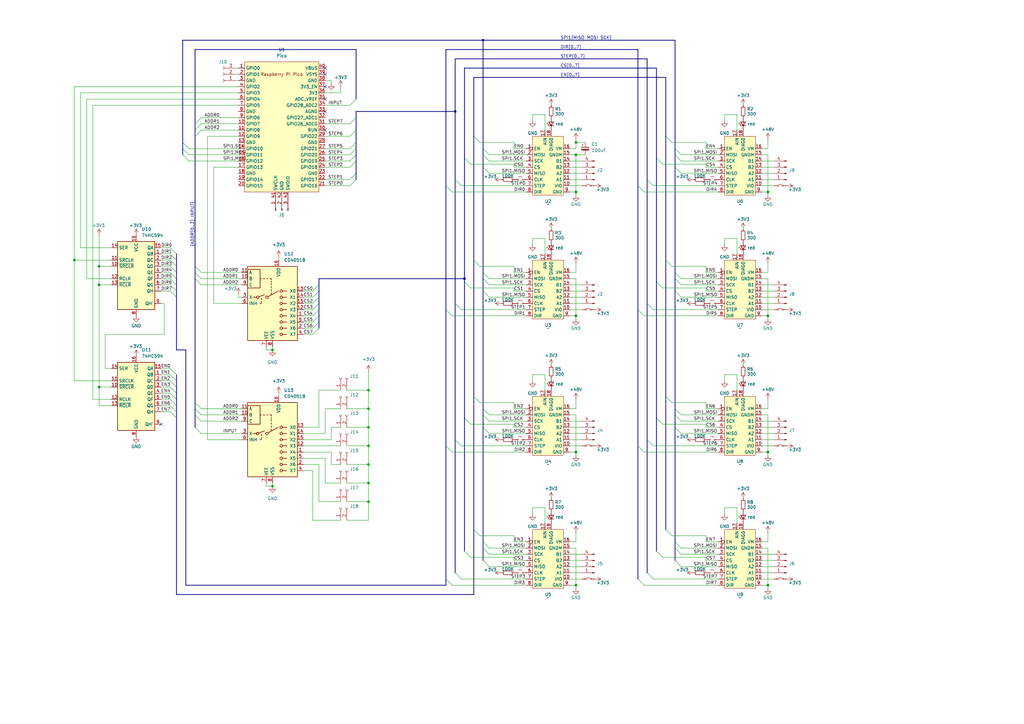
<source format=kicad_sch>
(kicad_sch (version 20231120) (generator "eeschema") (generator_version "8.0")
  (paper "A3")
  (junction (at 151.13 198.12))
  (junction (at 314.96 185.42))
  (junction (at 236.22 129.54))
  (junction (at 111.76 143.51))
  (junction (at 151.13 175.26))
  (junction (at 236.22 185.42))
  (junction (at 40.64 109.22))
  (junction (at 236.22 58.42))
  (junction (at 151.13 182.88))
  (junction (at 151.13 160.02))
  (junction (at 151.13 205.74))
  (junction (at 111.76 199.39))
  (junction (at 30.48 106.68))
  (junction (at 186.69 45.72))
  (junction (at 190.5 114.3))
  (junction (at 151.13 190.5))
  (junction (at 151.13 167.64))
  (junction (at 40.64 116.84))
  (junction (at 40.64 158.75))
  (junction (at 314.96 78.74))
  (junction (at 314.96 129.54))
  (junction (at 236.22 63.5))
  (junction (at 314.96 240.03))
  (junction (at 236.22 240.03))
  (junction (at 236.22 78.74))
  (junction (at 198.12 16.51))
  (no_connect (at 133.35 30.48))
  (no_connect (at 133.35 53.34))
  (no_connect (at 133.35 45.72))
  (no_connect (at 133.35 35.56))
  (no_connect (at 133.35 27.94))
  (no_connect (at 66.04 173.99))
  (no_connect (at 133.35 40.64))
  (bus_entry (at 72.39 156.21) (size -2.54 -2.54))
  (bus_entry (at 182.88 127) (size 2.54 2.54))
  (bus_entry (at 130.81 124.46) (size -2.54 2.54))
  (bus_entry (at 273.05 217.17) (size 2.54 2.54))
  (bus_entry (at 198.12 111.76) (size 2.54 2.54))
  (bus_entry (at 269.24 64.77) (size 2.54 2.54))
  (bus_entry (at 265.43 73.66) (size 2.54 2.54))
  (bus_entry (at 72.39 158.75) (size -2.54 -2.54))
  (bus_entry (at 72.39 119.38) (size -2.54 -2.54))
  (bus_entry (at 194.31 55.88) (size 2.54 2.54))
  (bus_entry (at 80.01 165.1) (size 2.54 2.54))
  (bus_entry (at 146.05 48.26) (size -2.54 2.54))
  (bus_entry (at 276.86 170.18) (size 2.54 2.54))
  (bus_entry (at 198.12 119.38) (size 2.54 2.54))
  (bus_entry (at 198.12 167.64) (size 2.54 2.54))
  (bus_entry (at 80.01 114.3) (size 2.54 2.54))
  (bus_entry (at 80.01 109.22) (size 2.54 2.54))
  (bus_entry (at 182.88 237.49) (size 2.54 2.54))
  (bus_entry (at 198.12 170.18) (size 2.54 2.54))
  (bus_entry (at 276.86 111.76) (size 2.54 2.54))
  (bus_entry (at 265.43 234.95) (size 2.54 2.54))
  (bus_entry (at 72.39 114.3) (size -2.54 -2.54))
  (bus_entry (at 130.81 132.08) (size -2.54 2.54))
  (bus_entry (at 276.86 60.96) (size 2.54 2.54))
  (bus_entry (at 194.31 106.68) (size 2.54 2.54))
  (bus_entry (at 261.62 237.49) (size 2.54 2.54))
  (bus_entry (at 182.88 182.88) (size 2.54 2.54))
  (bus_entry (at 72.39 163.83) (size -2.54 -2.54))
  (bus_entry (at 146.05 58.42) (size -2.54 2.54))
  (bus_entry (at 80.01 170.18) (size 2.54 2.54))
  (bus_entry (at 276.86 63.5) (size 2.54 2.54))
  (bus_entry (at 198.12 63.5) (size 2.54 2.54))
  (bus_entry (at 273.05 55.88) (size 2.54 2.54))
  (bus_entry (at 198.12 60.96) (size 2.54 2.54))
  (bus_entry (at 261.62 76.2) (size 2.54 2.54))
  (bus_entry (at 186.69 180.34) (size 2.54 2.54))
  (bus_entry (at 146.05 53.34) (size -2.54 2.54))
  (bus_entry (at 146.05 66.04) (size -2.54 2.54))
  (bus_entry (at 72.39 161.29) (size -2.54 -2.54))
  (bus_entry (at 194.31 217.17) (size 2.54 2.54))
  (bus_entry (at 80.01 53.34) (size 2.54 -2.54))
  (bus_entry (at 190.5 115.57) (size 2.54 2.54))
  (bus_entry (at 198.12 114.3) (size 2.54 2.54))
  (bus_entry (at 72.39 153.67) (size -2.54 -2.54))
  (bus_entry (at 273.05 162.56) (size 2.54 2.54))
  (bus_entry (at 74.93 60.96) (size 2.54 2.54))
  (bus_entry (at 130.81 116.84) (size -2.54 2.54))
  (bus_entry (at 130.81 119.38) (size -2.54 2.54))
  (bus_entry (at 194.31 162.56) (size 2.54 2.54))
  (bus_entry (at 276.86 224.79) (size 2.54 2.54))
  (bus_entry (at 265.43 180.34) (size 2.54 2.54))
  (bus_entry (at 80.01 175.26) (size 2.54 2.54))
  (bus_entry (at 74.93 58.42) (size 2.54 2.54))
  (bus_entry (at 269.24 226.06) (size 2.54 2.54))
  (bus_entry (at 72.39 121.92) (size -2.54 -2.54))
  (bus_entry (at 276.86 222.25) (size 2.54 2.54))
  (bus_entry (at 186.69 234.95) (size 2.54 2.54))
  (bus_entry (at 182.88 76.2) (size 2.54 2.54))
  (bus_entry (at 273.05 106.68) (size 2.54 2.54))
  (bus_entry (at 72.39 109.22) (size -2.54 -2.54))
  (bus_entry (at 146.05 71.12) (size -2.54 2.54))
  (bus_entry (at 190.5 226.06) (size 2.54 2.54))
  (bus_entry (at 146.05 60.96) (size -2.54 2.54))
  (bus_entry (at 276.86 119.38) (size 2.54 2.54))
  (bus_entry (at 72.39 111.76) (size -2.54 -2.54))
  (bus_entry (at 265.43 124.46) (size 2.54 2.54))
  (bus_entry (at 276.86 114.3) (size 2.54 2.54))
  (bus_entry (at 130.81 127) (size -2.54 2.54))
  (bus_entry (at 198.12 222.25) (size 2.54 2.54))
  (bus_entry (at 261.62 127) (size 2.54 2.54))
  (bus_entry (at 186.69 73.66) (size 2.54 2.54))
  (bus_entry (at 146.05 63.5) (size -2.54 2.54))
  (bus_entry (at 80.01 55.88) (size 2.54 -2.54))
  (bus_entry (at 74.93 63.5) (size 2.54 2.54))
  (bus_entry (at 276.86 229.87) (size 2.54 2.54))
  (bus_entry (at 198.12 229.87) (size 2.54 2.54))
  (bus_entry (at 276.86 167.64) (size 2.54 2.54))
  (bus_entry (at 269.24 115.57) (size 2.54 2.54))
  (bus_entry (at 186.69 124.46) (size 2.54 2.54))
  (bus_entry (at 190.5 171.45) (size 2.54 2.54))
  (bus_entry (at 72.39 166.37) (size -2.54 -2.54))
  (bus_entry (at 72.39 104.14) (size -2.54 -2.54))
  (bus_entry (at 80.01 50.8) (size 2.54 -2.54))
  (bus_entry (at 80.01 167.64) (size 2.54 2.54))
  (bus_entry (at 146.05 73.66) (size -2.54 2.54))
  (bus_entry (at 269.24 171.45) (size 2.54 2.54))
  (bus_entry (at 72.39 168.91) (size -2.54 -2.54))
  (bus_entry (at 146.05 40.64) (size -2.54 2.54))
  (bus_entry (at 80.01 111.76) (size 2.54 2.54))
  (bus_entry (at 198.12 175.26) (size 2.54 2.54))
  (bus_entry (at 72.39 106.68) (size -2.54 -2.54))
  (bus_entry (at 130.81 129.54) (size -2.54 2.54))
  (bus_entry (at 72.39 171.45) (size -2.54 -2.54))
  (bus_entry (at 276.86 68.58) (size 2.54 2.54))
  (bus_entry (at 261.62 182.88) (size 2.54 2.54))
  (bus_entry (at 130.81 121.92) (size -2.54 2.54))
  (bus_entry (at 72.39 116.84) (size -2.54 -2.54))
  (bus_entry (at 130.81 134.62) (size -2.54 2.54))
  (bus_entry (at 198.12 224.79) (size 2.54 2.54))
  (bus_entry (at 276.86 175.26) (size 2.54 2.54))
  (bus_entry (at 190.5 64.77) (size 2.54 2.54))
  (bus_entry (at 198.12 68.58) (size 2.54 2.54))
  (wire (pts (xy 279.4 71.12) (xy 294.64 71.12)))
  (wire (pts (xy 133.35 198.12) (xy 139.7 198.12)))
  (wire (pts (xy 189.23 127) (xy 215.9 127)))
  (wire (pts (xy 133.35 177.8) (xy 133.35 167.64)))
  (bus (pts (xy 273.05 31.75) (xy 273.05 55.88)))
  (wire (pts (xy 317.5 124.46) (xy 312.42 124.46)))
  (wire (pts (xy 275.59 219.71) (xy 289.56 219.71)))
  (wire (pts (xy 302.26 214.63) (xy 302.26 208.28)))
  (wire (pts (xy 289.56 109.22) (xy 289.56 111.76)))
  (wire (pts (xy 289.56 175.26) (xy 294.64 175.26)))
  (wire (pts (xy 82.55 177.8) (xy 99.06 177.8)))
  (bus (pts (xy 130.81 114.3) (xy 190.5 114.3)))
  (wire (pts (xy 210.82 219.71) (xy 210.82 222.25)))
  (wire (pts (xy 314.96 240.03) (xy 312.42 240.03)))
  (wire (pts (xy 142.24 167.64) (xy 151.13 167.64)))
  (bus (pts (xy 261.62 182.88) (xy 261.62 237.49)))
  (bus (pts (xy 186.69 24.13) (xy 186.69 45.72)))
  (wire (pts (xy 314.96 129.54) (xy 312.42 129.54)))
  (wire (pts (xy 124.46 185.42) (xy 135.89 185.42)))
  (wire (pts (xy 135.89 180.34) (xy 135.89 175.26)))
  (bus (pts (xy 74.93 16.51) (xy 74.93 58.42)))
  (bus (pts (xy 80.01 114.3) (xy 80.01 165.1)))
  (bus (pts (xy 265.43 73.66) (xy 265.43 124.46)))
  (wire (pts (xy 109.22 143.51) (xy 111.76 143.51)))
  (wire (pts (xy 317.5 237.49) (xy 312.42 237.49)))
  (wire (pts (xy 289.56 118.11) (xy 289.56 119.38)))
  (wire (pts (xy 82.55 172.72) (xy 99.06 172.72)))
  (wire (pts (xy 135.89 190.5) (xy 139.7 190.5)))
  (wire (pts (xy 200.66 177.8) (xy 215.9 177.8)))
  (wire (pts (xy 302.26 208.28) (xy 297.18 208.28)))
  (wire (pts (xy 124.46 129.54) (xy 128.27 129.54)))
  (wire (pts (xy 97.79 68.58) (xy 87.63 68.58)))
  (bus (pts (xy 76.2 240.03) (xy 76.2 143.51)))
  (bus (pts (xy 269.24 171.45) (xy 269.24 226.06)))
  (wire (pts (xy 297.18 46.99) (xy 297.18 49.53)))
  (wire (pts (xy 289.56 229.87) (xy 294.64 229.87)))
  (wire (pts (xy 289.56 173.99) (xy 289.56 175.26)))
  (wire (pts (xy 236.22 129.54) (xy 233.68 129.54)))
  (wire (pts (xy 200.66 63.5) (xy 215.9 63.5)))
  (wire (pts (xy 236.22 63.5) (xy 236.22 78.74)))
  (wire (pts (xy 97.79 120.65) (xy 97.79 121.92)))
  (wire (pts (xy 314.96 185.42) (xy 312.42 185.42)))
  (wire (pts (xy 236.22 130.81) (xy 236.22 129.54)))
  (wire (pts (xy 223.52 208.28) (xy 218.44 208.28)))
  (bus (pts (xy 72.39 168.91) (xy 72.39 171.45)))
  (wire (pts (xy 193.04 173.99) (xy 210.82 173.99)))
  (wire (pts (xy 289.56 111.76) (xy 294.64 111.76)))
  (bus (pts (xy 80.01 53.34) (xy 80.01 55.88)))
  (bus (pts (xy 146.05 71.12) (xy 146.05 66.04)))
  (bus (pts (xy 190.5 115.57) (xy 190.5 171.45)))
  (wire (pts (xy 238.76 119.38) (xy 233.68 119.38)))
  (bus (pts (xy 198.12 224.79) (xy 198.12 229.87)))
  (wire (pts (xy 218.44 208.28) (xy 218.44 210.82)))
  (wire (pts (xy 210.82 228.6) (xy 210.82 229.87)))
  (wire (pts (xy 223.52 46.99) (xy 218.44 46.99)))
  (wire (pts (xy 236.22 114.3) (xy 236.22 129.54)))
  (wire (pts (xy 238.76 237.49) (xy 233.68 237.49)))
  (bus (pts (xy 265.43 124.46) (xy 265.43 180.34)))
  (wire (pts (xy 210.82 60.96) (xy 215.9 60.96)))
  (bus (pts (xy 72.39 166.37) (xy 72.39 168.91)))
  (wire (pts (xy 133.35 33.02) (xy 135.89 33.02)))
  (bus (pts (xy 74.93 63.5) (xy 74.93 60.96)))
  (wire (pts (xy 196.85 165.1) (xy 210.82 165.1)))
  (wire (pts (xy 314.96 170.18) (xy 314.96 185.42)))
  (bus (pts (xy 182.88 127) (xy 182.88 182.88)))
  (wire (pts (xy 236.22 58.42) (xy 240.03 58.42)))
  (wire (pts (xy 289.56 60.96) (xy 294.64 60.96)))
  (wire (pts (xy 111.76 142.24) (xy 111.76 143.51)))
  (wire (pts (xy 133.35 66.04) (xy 143.51 66.04)))
  (wire (pts (xy 317.5 227.33) (xy 312.42 227.33)))
  (wire (pts (xy 302.26 97.79) (xy 297.18 97.79)))
  (wire (pts (xy 200.66 114.3) (xy 215.9 114.3)))
  (wire (pts (xy 133.35 43.18) (xy 143.51 43.18)))
  (bus (pts (xy 198.12 119.38) (xy 198.12 167.64)))
  (bus (pts (xy 198.12 170.18) (xy 198.12 175.26)))
  (wire (pts (xy 142.24 205.74) (xy 151.13 205.74)))
  (wire (pts (xy 210.82 175.26) (xy 215.9 175.26)))
  (wire (pts (xy 223.52 97.79) (xy 218.44 97.79)))
  (wire (pts (xy 35.56 114.3) (xy 45.72 114.3)))
  (wire (pts (xy 66.04 163.83) (xy 69.85 163.83)))
  (wire (pts (xy 185.42 78.74) (xy 215.9 78.74)))
  (wire (pts (xy 82.55 170.18) (xy 99.06 170.18)))
  (wire (pts (xy 128.27 213.36) (xy 139.7 213.36)))
  (wire (pts (xy 238.76 124.46) (xy 233.68 124.46)))
  (wire (pts (xy 185.42 240.03) (xy 215.9 240.03)))
  (wire (pts (xy 87.63 68.58) (xy 87.63 124.46)))
  (wire (pts (xy 236.22 63.5) (xy 240.03 63.5)))
  (bus (pts (xy 190.5 114.3) (xy 190.5 115.57)))
  (wire (pts (xy 218.44 46.99) (xy 218.44 49.53)))
  (wire (pts (xy 109.22 198.12) (xy 109.22 199.39)))
  (wire (pts (xy 314.96 167.64) (xy 314.96 163.83)))
  (wire (pts (xy 66.04 114.3) (xy 69.85 114.3)))
  (wire (pts (xy 236.22 78.74) (xy 233.68 78.74)))
  (bus (pts (xy 265.43 180.34) (xy 265.43 234.95)))
  (bus (pts (xy 182.88 76.2) (xy 182.88 127)))
  (wire (pts (xy 302.26 153.67) (xy 297.18 153.67)))
  (bus (pts (xy 146.05 66.04) (xy 146.05 63.5)))
  (wire (pts (xy 30.48 156.21) (xy 30.48 106.68)))
  (bus (pts (xy 72.39 161.29) (xy 72.39 163.83)))
  (wire (pts (xy 87.63 124.46) (xy 99.06 124.46)))
  (bus (pts (xy 146.05 53.34) (xy 146.05 48.26)))
  (wire (pts (xy 200.66 121.92) (xy 215.9 121.92)))
  (wire (pts (xy 124.46 121.92) (xy 128.27 121.92)))
  (wire (pts (xy 200.66 172.72) (xy 215.9 172.72)))
  (wire (pts (xy 200.66 227.33) (xy 215.9 227.33)))
  (wire (pts (xy 236.22 241.3) (xy 236.22 240.03)))
  (wire (pts (xy 317.5 68.58) (xy 312.42 68.58)))
  (wire (pts (xy 96.52 27.94) (xy 97.79 27.94)))
  (bus (pts (xy 273.05 55.88) (xy 273.05 106.68)))
  (wire (pts (xy 38.1 163.83) (xy 45.72 163.83)))
  (bus (pts (xy 276.86 170.18) (xy 276.86 175.26)))
  (bus (pts (xy 194.31 31.75) (xy 273.05 31.75)))
  (bus (pts (xy 276.86 175.26) (xy 276.86 222.25)))
  (wire (pts (xy 210.82 173.99) (xy 210.82 175.26)))
  (wire (pts (xy 200.66 232.41) (xy 215.9 232.41)))
  (wire (pts (xy 66.04 166.37) (xy 69.85 166.37)))
  (bus (pts (xy 186.69 73.66) (xy 186.69 124.46)))
  (bus (pts (xy 276.86 167.64) (xy 276.86 170.18)))
  (wire (pts (xy 135.89 33.02) (xy 135.89 34.29)))
  (wire (pts (xy 223.52 104.14) (xy 223.52 97.79)))
  (wire (pts (xy 82.55 53.34) (xy 97.79 53.34)))
  (wire (pts (xy 236.22 240.03) (xy 233.68 240.03)))
  (wire (pts (xy 82.55 111.76) (xy 99.06 111.76)))
  (bus (pts (xy 186.69 45.72) (xy 186.69 73.66)))
  (bus (pts (xy 146.05 73.66) (xy 146.05 71.12)))
  (wire (pts (xy 279.4 172.72) (xy 294.64 172.72)))
  (wire (pts (xy 317.5 182.88) (xy 312.42 182.88)))
  (wire (pts (xy 317.5 229.87) (xy 312.42 229.87)))
  (wire (pts (xy 314.96 78.74) (xy 312.42 78.74)))
  (wire (pts (xy 238.76 116.84) (xy 233.68 116.84)))
  (bus (pts (xy 269.24 115.57) (xy 269.24 171.45)))
  (wire (pts (xy 264.16 129.54) (xy 294.64 129.54)))
  (wire (pts (xy 66.04 153.67) (xy 69.85 153.67)))
  (wire (pts (xy 302.26 104.14) (xy 302.26 97.79)))
  (wire (pts (xy 279.4 177.8) (xy 294.64 177.8)))
  (wire (pts (xy 289.56 219.71) (xy 289.56 222.25)))
  (wire (pts (xy 66.04 161.29) (xy 69.85 161.29)))
  (wire (pts (xy 279.4 224.79) (xy 294.64 224.79)))
  (wire (pts (xy 302.26 160.02) (xy 302.26 153.67)))
  (bus (pts (xy 130.81 127) (xy 130.81 124.46)))
  (bus (pts (xy 276.86 60.96) (xy 276.86 63.5)))
  (wire (pts (xy 317.5 71.12) (xy 312.42 71.12)))
  (bus (pts (xy 72.39 158.75) (xy 72.39 161.29)))
  (wire (pts (xy 233.68 167.64) (xy 236.22 167.64)))
  (wire (pts (xy 312.42 170.18) (xy 314.96 170.18)))
  (wire (pts (xy 210.82 67.31) (xy 193.04 67.31)))
  (wire (pts (xy 317.5 127) (xy 312.42 127)))
  (wire (pts (xy 314.96 80.01) (xy 314.96 78.74)))
  (bus (pts (xy 186.69 180.34) (xy 186.69 234.95)))
  (wire (pts (xy 275.59 165.1) (xy 289.56 165.1)))
  (wire (pts (xy 317.5 116.84) (xy 312.42 116.84)))
  (wire (pts (xy 317.5 172.72) (xy 312.42 172.72)))
  (wire (pts (xy 271.78 228.6) (xy 289.56 228.6)))
  (wire (pts (xy 124.46 187.96) (xy 133.35 187.96)))
  (bus (pts (xy 72.39 119.38) (xy 72.39 121.92)))
  (wire (pts (xy 77.47 66.04) (xy 97.79 66.04)))
  (wire (pts (xy 40.64 158.75) (xy 45.72 158.75)))
  (wire (pts (xy 111.76 198.12) (xy 111.76 199.39)))
  (bus (pts (xy 190.5 64.77) (xy 190.5 114.3)))
  (wire (pts (xy 317.5 73.66) (xy 312.42 73.66)))
  (wire (pts (xy 133.35 68.58) (xy 143.51 68.58)))
  (wire (pts (xy 238.76 177.8) (xy 233.68 177.8)))
  (wire (pts (xy 124.46 132.08) (xy 128.27 132.08)))
  (wire (pts (xy 189.23 76.2) (xy 215.9 76.2)))
  (wire (pts (xy 238.76 127) (xy 233.68 127)))
  (wire (pts (xy 233.68 111.76) (xy 236.22 111.76)))
  (wire (pts (xy 185.42 129.54) (xy 215.9 129.54)))
  (bus (pts (xy 276.86 16.51) (xy 276.86 60.96)))
  (wire (pts (xy 124.46 119.38) (xy 128.27 119.38)))
  (wire (pts (xy 45.72 166.37) (xy 40.64 166.37)))
  (bus (pts (xy 130.81 121.92) (xy 130.81 119.38)))
  (bus (pts (xy 80.01 50.8) (xy 80.01 20.32)))
  (wire (pts (xy 185.42 185.42) (xy 215.9 185.42)))
  (bus (pts (xy 265.43 24.13) (xy 265.43 73.66)))
  (wire (pts (xy 82.55 116.84) (xy 99.06 116.84)))
  (wire (pts (xy 40.64 109.22) (xy 40.64 96.52)))
  (wire (pts (xy 133.35 167.64) (xy 139.7 167.64)))
  (bus (pts (xy 261.62 76.2) (xy 261.62 127)))
  (wire (pts (xy 133.35 187.96) (xy 133.35 198.12)))
  (wire (pts (xy 66.04 168.91) (xy 69.85 168.91)))
  (bus (pts (xy 276.86 222.25) (xy 276.86 224.79)))
  (bus (pts (xy 130.81 132.08) (xy 130.81 129.54)))
  (wire (pts (xy 142.24 213.36) (xy 151.13 213.36)))
  (wire (pts (xy 82.55 114.3) (xy 99.06 114.3)))
  (wire (pts (xy 275.59 109.22) (xy 289.56 109.22)))
  (wire (pts (xy 279.4 232.41) (xy 294.64 232.41)))
  (wire (pts (xy 289.56 68.58) (xy 294.64 68.58)))
  (wire (pts (xy 279.4 227.33) (xy 294.64 227.33)))
  (wire (pts (xy 85.09 55.88) (xy 85.09 180.34)))
  (wire (pts (xy 130.81 190.5) (xy 130.81 205.74)))
  (wire (pts (xy 30.48 106.68) (xy 45.72 106.68)))
  (wire (pts (xy 289.56 165.1) (xy 289.56 167.64)))
  (bus (pts (xy 198.12 63.5) (xy 198.12 68.58)))
  (bus (pts (xy 72.39 171.45) (xy 72.39 243.84)))
  (wire (pts (xy 33.02 38.1) (xy 33.02 101.6)))
  (wire (pts (xy 66.04 111.76) (xy 69.85 111.76)))
  (wire (pts (xy 279.4 66.04) (xy 294.64 66.04)))
  (wire (pts (xy 267.97 127) (xy 294.64 127)))
  (wire (pts (xy 238.76 227.33) (xy 233.68 227.33)))
  (wire (pts (xy 66.04 106.68) (xy 69.85 106.68)))
  (wire (pts (xy 142.24 182.88) (xy 151.13 182.88)))
  (wire (pts (xy 210.82 222.25) (xy 215.9 222.25)))
  (wire (pts (xy 210.82 119.38) (xy 215.9 119.38)))
  (wire (pts (xy 238.76 76.2) (xy 233.68 76.2)))
  (wire (pts (xy 66.04 151.13) (xy 69.85 151.13)))
  (wire (pts (xy 236.22 222.25) (xy 236.22 218.44)))
  (wire (pts (xy 236.22 186.69) (xy 236.22 185.42)))
  (wire (pts (xy 196.85 58.42) (xy 210.82 58.42)))
  (wire (pts (xy 135.89 185.42) (xy 135.89 190.5)))
  (bus (pts (xy 198.12 60.96) (xy 198.12 63.5)))
  (wire (pts (xy 236.22 224.79) (xy 236.22 240.03)))
  (wire (pts (xy 223.52 214.63) (xy 223.52 208.28)))
  (wire (pts (xy 238.76 71.12) (xy 233.68 71.12)))
  (wire (pts (xy 271.78 118.11) (xy 289.56 118.11)))
  (wire (pts (xy 210.82 68.58) (xy 210.82 67.31)))
  (bus (pts (xy 130.81 119.38) (xy 130.81 116.84)))
  (wire (pts (xy 124.46 137.16) (xy 128.27 137.16)))
  (wire (pts (xy 45.72 156.21) (xy 30.48 156.21)))
  (bus (pts (xy 182.88 240.03) (xy 76.2 240.03)))
  (bus (pts (xy 146.05 58.42) (xy 146.05 53.34)))
  (wire (pts (xy 96.52 33.02) (xy 97.79 33.02)))
  (bus (pts (xy 194.31 55.88) (xy 194.31 106.68)))
  (wire (pts (xy 210.82 165.1) (xy 210.82 167.64)))
  (wire (pts (xy 238.76 182.88) (xy 233.68 182.88)))
  (wire (pts (xy 151.13 175.26) (xy 151.13 167.64)))
  (wire (pts (xy 236.22 60.96) (xy 236.22 58.42)))
  (wire (pts (xy 312.42 111.76) (xy 314.96 111.76)))
  (wire (pts (xy 314.96 60.96) (xy 314.96 57.15)))
  (wire (pts (xy 66.04 109.22) (xy 69.85 109.22)))
  (wire (pts (xy 43.18 137.16) (xy 43.18 151.13)))
  (wire (pts (xy 238.76 68.58) (xy 233.68 68.58)))
  (wire (pts (xy 218.44 153.67) (xy 218.44 156.21)))
  (bus (pts (xy 80.01 109.22) (xy 80.01 111.76)))
  (wire (pts (xy 317.5 119.38) (xy 312.42 119.38)))
  (wire (pts (xy 135.89 175.26) (xy 139.7 175.26)))
  (wire (pts (xy 312.42 222.25) (xy 314.96 222.25)))
  (wire (pts (xy 314.96 222.25) (xy 314.96 218.44)))
  (wire (pts (xy 279.4 116.84) (xy 294.64 116.84)))
  (wire (pts (xy 82.55 48.26) (xy 97.79 48.26)))
  (wire (pts (xy 130.81 160.02) (xy 139.7 160.02)))
  (wire (pts (xy 289.56 228.6) (xy 289.56 229.87)))
  (bus (pts (xy 194.31 31.75) (xy 194.31 55.88)))
  (wire (pts (xy 124.46 193.04) (xy 128.27 193.04)))
  (wire (pts (xy 210.82 109.22) (xy 210.82 111.76)))
  (bus (pts (xy 198.12 16.51) (xy 198.12 60.96)))
  (wire (pts (xy 289.56 119.38) (xy 294.64 119.38)))
  (wire (pts (xy 210.82 111.76) (xy 215.9 111.76)))
  (wire (pts (xy 66.04 104.14) (xy 69.85 104.14)))
  (wire (pts (xy 82.55 50.8) (xy 97.79 50.8)))
  (wire (pts (xy 314.96 111.76) (xy 314.96 107.95)))
  (wire (pts (xy 66.04 119.38) (xy 69.85 119.38)))
  (wire (pts (xy 189.23 182.88) (xy 215.9 182.88)))
  (wire (pts (xy 279.4 121.92) (xy 294.64 121.92)))
  (wire (pts (xy 271.78 173.99) (xy 289.56 173.99)))
  (bus (pts (xy 80.01 55.88) (xy 80.01 109.22)))
  (wire (pts (xy 133.35 63.5) (xy 143.51 63.5)))
  (wire (pts (xy 238.76 172.72) (xy 233.68 172.72)))
  (bus (pts (xy 72.39 111.76) (xy 72.39 114.3)))
  (wire (pts (xy 128.27 193.04) (xy 128.27 213.36)))
  (wire (pts (xy 267.97 182.88) (xy 294.64 182.88)))
  (wire (pts (xy 302.26 46.99) (xy 297.18 46.99)))
  (bus (pts (xy 80.01 20.32) (xy 146.05 20.32)))
  (wire (pts (xy 317.5 121.92) (xy 312.42 121.92)))
  (wire (pts (xy 317.5 177.8) (xy 312.42 177.8)))
  (wire (pts (xy 218.44 97.79) (xy 218.44 100.33)))
  (wire (pts (xy 210.82 167.64) (xy 215.9 167.64)))
  (wire (pts (xy 40.64 116.84) (xy 45.72 116.84)))
  (wire (pts (xy 130.81 175.26) (xy 130.81 160.02)))
  (bus (pts (xy 198.12 68.58) (xy 198.12 111.76)))
  (wire (pts (xy 193.04 228.6) (xy 210.82 228.6)))
  (bus (pts (xy 182.88 20.32) (xy 261.62 20.32)))
  (wire (pts (xy 109.22 142.24) (xy 109.22 143.51)))
  (bus (pts (xy 194.31 217.17) (xy 194.31 243.84)))
  (bus (pts (xy 72.39 156.21) (xy 72.39 158.75)))
  (wire (pts (xy 312.42 60.96) (xy 314.96 60.96)))
  (wire (pts (xy 200.66 116.84) (xy 215.9 116.84)))
  (wire (pts (xy 264.16 78.74) (xy 294.64 78.74)))
  (wire (pts (xy 82.55 167.64) (xy 99.06 167.64)))
  (wire (pts (xy 40.64 166.37) (xy 40.64 158.75)))
  (wire (pts (xy 312.42 167.64) (xy 314.96 167.64)))
  (bus (pts (xy 130.81 129.54) (xy 130.81 127)))
  (bus (pts (xy 146.05 48.26) (xy 146.05 45.72)))
  (wire (pts (xy 33.02 101.6) (xy 45.72 101.6)))
  (wire (pts (xy 317.5 175.26) (xy 312.42 175.26)))
  (wire (pts (xy 67.31 137.16) (xy 43.18 137.16)))
  (wire (pts (xy 238.76 121.92) (xy 233.68 121.92)))
  (wire (pts (xy 236.22 80.01) (xy 236.22 78.74)))
  (bus (pts (xy 198.12 167.64) (xy 198.12 170.18)))
  (wire (pts (xy 317.5 234.95) (xy 312.42 234.95)))
  (bus (pts (xy 146.05 45.72) (xy 186.69 45.72)))
  (bus (pts (xy 182.88 20.32) (xy 182.88 76.2)))
  (wire (pts (xy 97.79 55.88) (xy 85.09 55.88)))
  (wire (pts (xy 233.68 63.5) (xy 236.22 63.5)))
  (wire (pts (xy 196.85 109.22) (xy 210.82 109.22)))
  (bus (pts (xy 130.81 134.62) (xy 130.81 132.08)))
  (bus (pts (xy 198.12 222.25) (xy 198.12 224.79)))
  (wire (pts (xy 233.68 222.25) (xy 236.22 222.25)))
  (bus (pts (xy 72.39 121.92) (xy 72.39 143.51)))
  (wire (pts (xy 233.68 170.18) (xy 236.22 170.18)))
  (wire (pts (xy 267.97 76.2) (xy 294.64 76.2)))
  (wire (pts (xy 133.35 60.96) (xy 143.51 60.96)))
  (bus (pts (xy 194.31 106.68) (xy 194.31 162.56)))
  (bus (pts (xy 190.5 27.94) (xy 190.5 64.77)))
  (wire (pts (xy 314.96 224.79) (xy 314.96 240.03)))
  (wire (pts (xy 133.35 38.1) (xy 139.7 38.1)))
  (wire (pts (xy 97.79 35.56) (xy 30.48 35.56)))
  (wire (pts (xy 312.42 114.3) (xy 314.96 114.3)))
  (wire (pts (xy 151.13 190.5) (xy 151.13 182.88)))
  (wire (pts (xy 40.64 116.84) (xy 40.64 109.22)))
  (wire (pts (xy 196.85 219.71) (xy 210.82 219.71)))
  (wire (pts (xy 289.56 167.64) (xy 294.64 167.64)))
  (bus (pts (xy 72.39 104.14) (xy 72.39 106.68)))
  (bus (pts (xy 276.86 68.58) (xy 276.86 111.76)))
  (wire (pts (xy 200.66 71.12) (xy 215.9 71.12)))
  (wire (pts (xy 297.18 208.28) (xy 297.18 210.82)))
  (wire (pts (xy 124.46 177.8) (xy 133.35 177.8)))
  (bus (pts (xy 190.5 27.94) (xy 269.24 27.94)))
  (wire (pts (xy 271.78 67.31) (xy 289.56 67.31)))
  (bus (pts (xy 190.5 171.45) (xy 190.5 226.06)))
  (bus (pts (xy 261.62 20.32) (xy 261.62 76.2)))
  (wire (pts (xy 264.16 185.42) (xy 294.64 185.42)))
  (wire (pts (xy 133.35 55.88) (xy 143.51 55.88)))
  (wire (pts (xy 30.48 35.56) (xy 30.48 106.68)))
  (wire (pts (xy 314.96 130.81) (xy 314.96 129.54)))
  (bus (pts (xy 273.05 162.56) (xy 273.05 217.17)))
  (wire (pts (xy 97.79 40.64) (xy 35.56 40.64)))
  (wire (pts (xy 223.52 53.34) (xy 223.52 46.99)))
  (bus (pts (xy 194.31 162.56) (xy 194.31 217.17)))
  (wire (pts (xy 77.47 63.5) (xy 97.79 63.5)))
  (wire (pts (xy 151.13 182.88) (xy 151.13 175.26)))
  (bus (pts (xy 198.12 111.76) (xy 198.12 114.3)))
  (wire (pts (xy 139.7 38.1) (xy 139.7 35.56)))
  (wire (pts (xy 267.97 237.49) (xy 294.64 237.49)))
  (wire (pts (xy 35.56 40.64) (xy 35.56 114.3)))
  (wire (pts (xy 67.31 124.46) (xy 67.31 137.16)))
  (bus (pts (xy 269.24 64.77) (xy 269.24 115.57)))
  (wire (pts (xy 151.13 205.74) (xy 151.13 198.12)))
  (wire (pts (xy 189.23 237.49) (xy 215.9 237.49)))
  (bus (pts (xy 72.39 153.67) (xy 72.39 156.21)))
  (wire (pts (xy 114.3 105.41) (xy 114.3 106.68)))
  (wire (pts (xy 275.59 58.42) (xy 289.56 58.42)))
  (wire (pts (xy 124.46 124.46) (xy 128.27 124.46)))
  (wire (pts (xy 109.22 199.39) (xy 111.76 199.39)))
  (bus (pts (xy 72.39 114.3) (xy 72.39 116.84)))
  (wire (pts (xy 233.68 224.79) (xy 236.22 224.79)))
  (bus (pts (xy 130.81 124.46) (xy 130.81 121.92)))
  (wire (pts (xy 236.22 58.42) (xy 236.22 57.15)))
  (wire (pts (xy 193.04 118.11) (xy 210.82 118.11)))
  (wire (pts (xy 151.13 160.02) (xy 151.13 152.4)))
  (wire (pts (xy 238.76 180.34) (xy 233.68 180.34)))
  (bus (pts (xy 182.88 182.88) (xy 182.88 237.49)))
  (bus (pts (xy 72.39 116.84) (xy 72.39 119.38)))
  (wire (pts (xy 279.4 114.3) (xy 294.64 114.3)))
  (wire (pts (xy 210.82 229.87) (xy 215.9 229.87)))
  (wire (pts (xy 236.22 170.18) (xy 236.22 185.42)))
  (wire (pts (xy 96.52 30.48) (xy 97.79 30.48)))
  (wire (pts (xy 312.42 224.79) (xy 314.96 224.79)))
  (bus (pts (xy 80.01 165.1) (xy 80.01 167.64)))
  (wire (pts (xy 38.1 43.18) (xy 38.1 163.83)))
  (bus (pts (xy 276.86 63.5) (xy 276.86 68.58)))
  (bus (pts (xy 276.86 224.79) (xy 276.86 229.87)))
  (wire (pts (xy 317.5 66.04) (xy 312.42 66.04)))
  (wire (pts (xy 200.66 224.79) (xy 215.9 224.79)))
  (wire (pts (xy 130.81 205.74) (xy 139.7 205.74)))
  (wire (pts (xy 124.46 182.88) (xy 139.7 182.88)))
  (bus (pts (xy 74.93 60.96) (xy 74.93 58.42)))
  (wire (pts (xy 85.09 180.34) (xy 99.06 180.34)))
  (wire (pts (xy 200.66 66.04) (xy 215.9 66.04)))
  (bus (pts (xy 269.24 27.94) (xy 269.24 64.77)))
  (wire (pts (xy 97.79 43.18) (xy 38.1 43.18)))
  (wire (pts (xy 297.18 97.79) (xy 297.18 100.33)))
  (wire (pts (xy 77.47 60.96) (xy 97.79 60.96)))
  (wire (pts (xy 236.22 185.42) (xy 233.68 185.42)))
  (wire (pts (xy 142.24 160.02) (xy 151.13 160.02)))
  (wire (pts (xy 279.4 170.18) (xy 294.64 170.18)))
  (wire (pts (xy 233.68 114.3) (xy 236.22 114.3)))
  (wire (pts (xy 151.13 167.64) (xy 151.13 160.02)))
  (wire (pts (xy 124.46 127) (xy 128.27 127)))
  (wire (pts (xy 238.76 175.26) (xy 233.68 175.26)))
  (bus (pts (xy 198.12 16.51) (xy 276.86 16.51)))
  (bus (pts (xy 146.05 63.5) (xy 146.05 60.96)))
  (wire (pts (xy 210.82 118.11) (xy 210.82 119.38)))
  (wire (pts (xy 314.96 63.5) (xy 314.96 78.74)))
  (wire (pts (xy 223.52 160.02) (xy 223.52 153.67)))
  (wire (pts (xy 314.96 241.3) (xy 314.96 240.03)))
  (bus (pts (xy 194.31 243.84) (xy 72.39 243.84)))
  (wire (pts (xy 133.35 50.8) (xy 143.51 50.8)))
  (wire (pts (xy 151.13 198.12) (xy 151.13 190.5)))
  (bus (pts (xy 261.62 127) (xy 261.62 182.88)))
  (bus (pts (xy 182.88 237.49) (xy 182.88 240.03)))
  (wire (pts (xy 302.26 53.34) (xy 302.26 46.99)))
  (bus (pts (xy 276.86 119.38) (xy 276.86 167.64)))
  (wire (pts (xy 238.76 73.66) (xy 233.68 73.66)))
  (wire (pts (xy 236.22 111.76) (xy 236.22 107.95)))
  (bus (pts (xy 276.86 111.76) (xy 276.86 114.3)))
  (bus (pts (xy 186.69 24.13) (xy 265.43 24.13)))
  (wire (pts (xy 133.35 76.2) (xy 143.51 76.2)))
  (wire (pts (xy 142.24 198.12) (xy 151.13 198.12)))
  (wire (pts (xy 43.18 151.13) (xy 45.72 151.13)))
  (wire (pts (xy 66.04 124.46) (xy 67.31 124.46)))
  (wire (pts (xy 317.5 232.41) (xy 312.42 232.41)))
  (bus (pts (xy 130.81 116.84) (xy 130.81 114.3)))
  (wire (pts (xy 124.46 175.26) (xy 130.81 175.26)))
  (bus (pts (xy 276.86 114.3) (xy 276.86 119.38)))
  (wire (pts (xy 279.4 63.5) (xy 294.64 63.5)))
  (wire (pts (xy 289.56 58.42) (xy 289.56 60.96)))
  (wire (pts (xy 289.56 222.25) (xy 294.64 222.25)))
  (wire (pts (xy 314.96 114.3) (xy 314.96 129.54)))
  (bus (pts (xy 80.01 50.8) (xy 80.01 53.34)))
  (bus (pts (xy 72.39 109.22) (xy 72.39 111.76)))
  (bus (pts (xy 72.39 163.83) (xy 72.39 166.37)))
  (wire (pts (xy 297.18 153.67) (xy 297.18 156.21)))
  (wire (pts (xy 142.24 190.5) (xy 151.13 190.5)))
  (wire (pts (xy 114.3 161.29) (xy 114.3 162.56)))
  (wire (pts (xy 312.42 63.5) (xy 314.96 63.5)))
  (wire (pts (xy 66.04 116.84) (xy 69.85 116.84)))
  (wire (pts (xy 264.16 240.03) (xy 294.64 240.03)))
  (bus (pts (xy 186.69 124.46) (xy 186.69 180.34)))
  (wire (pts (xy 317.5 180.34) (xy 312.42 180.34)))
  (wire (pts (xy 200.66 170.18) (xy 215.9 170.18)))
  (wire (pts (xy 223.52 153.67) (xy 218.44 153.67)))
  (wire (pts (xy 66.04 158.75) (xy 69.85 158.75)))
  (wire (pts (xy 238.76 229.87) (xy 233.68 229.87)))
  (wire (pts (xy 124.46 180.34) (xy 135.89 180.34)))
  (wire (pts (xy 124.46 190.5) (xy 130.81 190.5)))
  (wire (pts (xy 210.82 68.58) (xy 215.9 68.58)))
  (bus (pts (xy 72.39 106.68) (xy 72.39 109.22)))
  (bus (pts (xy 80.01 170.18) (xy 80.01 175.26)))
  (wire (pts (xy 238.76 234.95) (xy 233.68 234.95)))
  (wire (pts (xy 97.79 38.1) (xy 33.02 38.1)))
  (wire (pts (xy 238.76 232.41) (xy 233.68 232.41)))
  (wire (pts (xy 66.04 156.21) (xy 69.85 156.21)))
  (wire (pts (xy 289.56 67.31) (xy 289.56 68.58)))
  (bus (pts (xy 273.05 106.68) (xy 273.05 162.56)))
  (bus (pts (xy 74.93 16.51) (xy 198.12 16.51)))
  (bus (pts (xy 146.05 20.32) (xy 146.05 40.64)))
  (wire (pts (xy 40.64 158.75) (xy 40.64 116.84)))
  (wire (pts (xy 40.64 109.22) (xy 45.72 109.22)))
  (wire (pts (xy 124.46 134.62) (xy 128.27 134.62)))
  (bus (pts (xy 80.01 111.76) (xy 80.01 114.3)))
  (wire (pts (xy 317.5 76.2) (xy 312.42 76.2)))
  (wire (pts (xy 210.82 58.42) (xy 210.82 60.96)))
  (wire (pts (xy 233.68 60.96) (xy 236.22 60.96)))
  (bus (pts (xy 198.12 114.3) (xy 198.12 119.38)))
  (wire (pts (xy 97.79 121.92) (xy 99.06 121.92)))
  (bus (pts (xy 198.12 175.26) (xy 198.12 222.25)))
  (wire (pts (xy 151.13 213.36) (xy 151.13 205.74)))
  (wire (pts (xy 142.24 175.26) (xy 151.13 175.26)))
  (wire (pts (xy 236.22 167.64) (xy 236.22 163.83)))
  (bus (pts (xy 146.05 60.96) (xy 146.05 58.42)))
  (wire (pts (xy 238.76 66.04) (xy 233.68 66.04)))
  (wire (pts (xy 66.04 101.6) (xy 69.85 101.6)))
  (bus (pts (xy 76.2 143.51) (xy 72.39 143.51)))
  (bus (pts (xy 80.01 167.64) (xy 80.01 170.18)))
  (wire (pts (xy 133.35 73.66) (xy 143.51 73.66)))
  (wire (pts (xy 314.96 186.69) (xy 314.96 185.42)))
  (label "STEP5" (at 288.29 127 0))
  (label "STEP7" (at 288.29 237.49 0))
  (label "DIR0" (at 210.82 78.74 0))
  (label "STEP3" (at 134.62 66.04 0))
  (label "CS2" (at 210.82 175.26 0))
  (label "SPI1.MOSI" (at 284.48 114.3 0))
  (label "STEP4" (at 134.62 63.5 0))
  (label "DIR[0..7]" (at 229.87 20.32 0))
  (label "STEP2" (at 209.55 182.88 0))
  (label "INPUT" (at 134.62 43.18 0))
  (label "CS3" (at 210.82 229.87 0))
  (label "CS6" (at 124.46 134.62 0))
  (label "EN0" (at 210.82 60.96 0))
  (label "CS4" (at 124.46 129.54 0))
  (label "SPI1.MISO" (at 284.48 177.8 0))
  (label "STEP0" (at 209.55 76.2 0))
  (label "CS0" (at 124.46 119.38 0))
  (label "SPI1.SCK" (at 205.74 116.84 0))
  (label "CS5" (at 289.56 119.38 0))
  (label "SPI1{MISO MOSI SCK}" (at 229.87 16.51 0))
  (label "DIR1" (at 210.82 129.54 0))
  (label "CS7" (at 289.56 229.87 0))
  (label "CS1" (at 210.82 119.38 0))
  (label "DIR2" (at 210.82 185.42 0))
  (label "DIR3" (at 66.04 109.22 0))
  (label "CS[0..7]" (at 229.87 27.94 0))
  (label "EN6" (at 289.56 167.64 0))
  (label "SPI1.MOSI" (at 91.44 63.5 0))
  (label "DIR6" (at 66.04 116.84 0))
  (label "CS2" (at 124.46 124.46 0))
  (label "SPI1.MISO" (at 91.44 66.04 0))
  (label "EN2" (at 210.82 167.64 0))
  (label "DIR3" (at 210.82 240.03 0))
  (label "SPI1.SCK" (at 205.74 227.33 0))
  (label "STEP3" (at 209.55 237.49 0))
  (label "DIR4" (at 289.56 78.74 0))
  (label "SPI1.SCK" (at 284.48 66.04 0))
  (label "SPI1.MOSI" (at 205.74 170.18 0))
  (label "DIR4" (at 66.04 111.76 0))
  (label "INPUT" (at 91.44 177.8 0))
  (label "SPI1.SCK" (at 284.48 116.84 0))
  (label "STEP[0..7]" (at 229.87 24.13 0))
  (label "CS4" (at 289.56 68.58 0))
  (label "SPI1.MOSI" (at 284.48 170.18 0))
  (label "STEP5" (at 134.62 60.96 0))
  (label "DIR5" (at 66.04 114.3 0))
  (label "EN2" (at 66.04 156.21 0))
  (label "EN4" (at 289.56 60.96 0))
  (label "EN7" (at 66.04 168.91 0))
  (label "ADDR2" (at 91.44 116.84 0))
  (label "CS0" (at 210.82 68.58 0))
  (label "EN[0..7]" (at 229.87 31.75 0))
  (label "ADDR2" (at 91.44 172.72 0))
  (label "SPI1.MISO" (at 205.74 232.41 0))
  (label "STEP7" (at 134.62 50.8 0))
  (label "SPI1.MISO" (at 205.74 71.12 0))
  (label "STEP1" (at 209.55 127 0))
  (label "DIR1" (at 66.04 104.14 0))
  (label "EN4" (at 66.04 161.29 0))
  (label "EN5" (at 289.56 111.76 0))
  (label "DIR0" (at 66.04 101.6 0))
  (label "SPI1.MISO" (at 284.48 71.12 0))
  (label "STEP4" (at 288.29 76.2 0))
  (label "SPI1.SCK" (at 284.48 172.72 0))
  (label "EN6" (at 66.04 166.37 0))
  (label "DIR6" (at 289.56 185.42 0))
  (label "SPI1.MISO" (at 205.74 177.8 0))
  (label "STEP1" (at 134.62 73.66 0))
  (label "ADDR0" (at 91.44 111.76 0))
  (label "SPI1.MOSI" (at 205.74 114.3 0))
  (label "EN3" (at 210.82 222.25 0))
  (label "ADDR0" (at 83.82 48.26 0))
  (label "DIR2" (at 66.04 106.68 0))
  (label "DIR7" (at 66.04 119.38 0))
  (label "SPI1.MISO" (at 205.74 121.92 0))
  (label "SPI1.MOSI" (at 284.48 63.5 0))
  (label "EN0" (at 66.04 151.13 0))
  (label "ADDR2" (at 83.82 53.34 0))
  (label "EN3" (at 66.04 158.75 0))
  (label "EN7" (at 289.56 222.25 0))
  (label "EN1" (at 210.82 111.76 0))
  (label "ADDR0" (at 91.44 167.64 0))
  (label "EN1" (at 66.04 153.67 0))
  (label "DIR5" (at 289.56 129.54 0))
  (label "DIR7" (at 289.56 240.03 0))
  (label "CS6" (at 289.56 175.26 0))
  (label "SPI1.MISO" (at 284.48 232.41 0))
  (label "STEP6" (at 288.29 182.88 0))
  (label "ADDR1" (at 91.44 114.3 0))
  (label "{ADDR[0..2] INPUT}" (at 80.01 82.55 270))
  (label "SPI1.SCK" (at 91.44 60.96 0))
  (label "CS3" (at 124.46 127 0))
  (label "SPI1.MISO" (at 284.48 121.92 0))
  (label "SPI1.MOSI" (at 284.48 224.79 0))
  (label "ADDR1" (at 91.44 170.18 0))
  (label "SPI1.SCK" (at 205.74 66.04 0))
  (label "CS5" (at 124.46 132.08 0))
  (label "STEP6" (at 134.62 55.88 0))
  (label "SPI1.SCK" (at 205.74 172.72 0))
  (label "STEP0" (at 134.62 76.2 0))
  (label "EN5" (at 66.04 163.83 0))
  (label "CS7" (at 124.46 137.16 0))
  (label "SPI1.SCK" (at 284.48 227.33 0))
  (label "STEP2" (at 134.62 68.58 0))
  (label "SPI1.MOSI" (at 205.74 63.5 0))
  (label "CS1" (at 124.46 121.92 0))
  (label "SPI1.MOSI" (at 205.74 224.79 0))
  (label "ADDR1" (at 83.82 50.8 0))
  (symbol (lib_id "power:+48V") (at 314.96 107.95 0) (unit 1)
    (property "Reference" "#PWR015" (effects (hide yes)))
    (property "Value" "+48V" (at 314.96 103.886 0))
    (property "Description" "Power symbol creates a global label with name \"+48V\"" (effects (hide yes)))
  )
  (symbol (lib_id "power:+3V3") (at 40.64 96.52 0) (unit 1)
    (property "Reference" "#PWR034" (effects (hide yes)))
    (property "Value" "+3V3" (at 40.386 92.456 0))
    (property "Description" "Power symbol creates a global label with name \"+3V3\"" (effects (hide yes)))
  )
  (symbol (lib_id "Device:LED_Small") (at 226.06 50.8 90) (unit 1)
    (property "Reference" "D1" (effects (hide yes)))
    (property "Value" "red" (at 227.838 50.8 90) (effects (justify right)))
    (property "Description" "Light emitting diode, small symbol" (effects (hide yes)))
  )
  (symbol (lib_id "Device:R_Small") (at 226.06 207.01 0) (unit 1)
    (property "Reference" "R7" (at 227.584 205.994 0) (effects (justify left)))
    (property "Value" "300" (at 227.584 208.026 0) (effects (justify left)))
    (property "Description" "Resistor, small symbol" (effects (hide yes)))
  )
  (symbol (lib_id "power:GND") (at 236.22 186.69 0) (unit 1)
    (property "Reference" "#PWR022" (effects (hide yes)))
    (property "Value" "GND" (at 236.22 190.5 0))
    (property "Description" "Power symbol creates a global label with name \"GND\" , ground" (effects (hide yes)))
  )
  (symbol (lib_id "Jumper:Jumper_2_Small_Bridged") (at 320.04 182.88 0) (unit 1) (exclude_from_sim yes)
    (property "Reference" "JP12" (effects (hide yes)))
    (property "Value" "Jumper_2_Small_Bridged" (effects (hide yes)))
    (property "Description" "Jumper, 2-pole, small symbol, bridged" (effects (hide yes)))
  )
  (symbol (lib_id "power:+3V3") (at 139.7 35.56 0) (unit 1)
    (property "Reference" "#PWR067" (effects (hide yes)))
    (property "Value" "+3V3" (at 139.7 31.75 0))
    (property "Description" "Power symbol creates a global label with name \"+3V3\"" (effects (hide yes)))
  )
  (symbol (lib_id "power:+3V3") (at 304.8 204.47 0) (unit 1)
    (property "Reference" "#PWR053" (effects (hide yes)))
    (property "Value" "+3V3" (at 304.8 200.406 0))
    (property "Description" "Power symbol creates a global label with name \"+3V3\"" (effects (hide yes)))
  )
  (symbol (lib_id "BTT_drivers:BTT_TMC2240") (at 297.18 106.68 0) (unit 1)
    (property "Reference" "U7" (at 303.53 133.35 0))
    (property "Value" "~" (at 303.53 134.62 0))
  )
  (symbol (lib_id "BTT_drivers:BTT_TMC2240") (at 297.18 162.56 0) (unit 1)
    (property "Reference" "U8" (at 303.53 189.23 0))
    (property "Value" "~" (at 303.53 190.5 0))
  )
  (symbol (lib_id "Connector:Conn_01x03_Socket") (at 91.44 30.48 180) (unit 1)
    (property "Reference" "J10" (at 91.44 25.4 0))
    (property "Value" "Conn_01x03_Socket" (effects (hide yes)))
    (property "Footprint" "Connector_PinHeader_2.54mm:PinHeader_1x03_P2.54mm_Vertical" (effects (hide yes)))
    (property "Description" "Generic connector, single row, 01x03, script generated" (effects (hide yes)))
  )
  (symbol (lib_id "power:+3V3") (at 205.74 234.95 90) (unit 1)
    (property "Reference" "#PWR041" (effects (hide yes)))
    (property "Value" "+3V3" (at 203.708 233.68 90) (effects (justify left)))
    (property "Description" "Power symbol creates a global label with name \"+3V3\"" (effects (hide yes)))
  )
  (symbol (lib_id "Jumper:Jumper_2_Small_Bridged") (at 320.04 127 0) (unit 1) (exclude_from_sim yes)
    (property "Reference" "JP14" (effects (hide yes)))
    (property "Value" "Jumper_2_Small_Bridged" (effects (hide yes)))
    (property "Description" "Jumper, 2-pole, small symbol, bridged" (effects (hide yes)))
  )
  (symbol (lib_id "Device:R_Small") (at 287.02 234.95 90) (unit 1)
    (property "Reference" "R13" (effects (hide yes)))
    (property "Value" "100K" (at 287.02 233.426 90))
    (property "Description" "Resistor, small symbol" (effects (hide yes)))
  )
  (symbol (lib_id "Connector:Conn_01x02_Socket") (at 139.7 170.18 90) (unit 1)
    (property "Reference" "J13" (at 143.51 169.5449 90) (effects (justify right)))
    (property "Value" "Conn_01x02_Socket" (effects (hide yes)))
    (property "Footprint" "Connector_JST:JST_XH_B2B-XH-A_1x02_P2.50mm_Vertical" (effects (hide yes)))
    (property "Description" "Generic connector, single row, 01x02, script generated" (effects (hide yes)))
  )
  (symbol (lib_id "power:+48V") (at 236.22 218.44 0) (unit 1)
    (property "Reference" "#PWR012" (effects (hide yes)))
    (property "Value" "+48V" (at 236.22 214.376 0))
    (property "Description" "Power symbol creates a global label with name \"+48V\"" (effects (hide yes)))
  )
  (symbol (lib_id "BTT_drivers:BTT_TMC2240") (at 297.18 55.88 0) (unit 1)
    (property "Reference" "U6" (at 303.53 82.55 0))
    (property "Value" "~" (at 303.53 83.82 0))
  )
  (symbol (lib_id "Connector:Conn_01x02_Socket") (at 139.7 208.28 90) (unit 1)
    (property "Reference" "J18" (at 143.51 207.6449 90) (effects (justify right)))
    (property "Value" "Conn_01x02_Socket" (effects (hide yes)))
    (property "Footprint" "Connector_JST:JST_XH_B2B-XH-A_1x02_P2.50mm_Vertical" (effects (hide yes)))
    (property "Description" "Generic connector, single row, 01x02, script generated" (effects (hide yes)))
  )
  (symbol (lib_id "Device:R_Small") (at 304.8 152.4 0) (unit 1)
    (property "Reference" "R6" (at 306.324 151.384 0) (effects (justify left)))
    (property "Value" "300" (at 306.324 153.416 0) (effects (justify left)))
    (property "Description" "Resistor, small symbol" (effects (hide yes)))
  )
  (symbol (lib_id "Jumper:Jumper_2_Small_Bridged") (at 320.04 76.2 0) (unit 1) (exclude_from_sim yes)
    (property "Reference" "JP16" (effects (hide yes)))
    (property "Value" "Jumper_2_Small_Bridged" (effects (hide yes)))
    (property "Description" "Jumper, 2-pole, small symbol, bridged" (effects (hide yes)))
  )
  (symbol (lib_id "power:+3V3") (at 205.74 124.46 90) (unit 1)
    (property "Reference" "#PWR039" (effects (hide yes)))
    (property "Value" "+3V3" (at 203.708 123.19 90) (effects (justify left)))
    (property "Description" "Power symbol creates a global label with name \"+3V3\"" (effects (hide yes)))
  )
  (symbol (lib_id "power:+3V3") (at 284.48 180.34 90) (unit 1)
    (property "Reference" "#PWR043" (effects (hide yes)))
    (property "Value" "+3V3" (at 282.448 179.07 90) (effects (justify left)))
    (property "Description" "Power symbol creates a global label with name \"+3V3\"" (effects (hide yes)))
  )
  (symbol (lib_id "power:GND") (at 297.18 49.53 0) (unit 1)
    (property "Reference" "#PWR054" (effects (hide yes)))
    (property "Value" "GND" (at 297.18 54.61 0))
    (property "Description" "Power symbol creates a global label with name \"GND\" , ground" (effects (hide yes)))
  )
  (symbol (lib_id "Device:R_Small") (at 287.02 73.66 90) (unit 1)
    (property "Reference" "R16" (effects (hide yes)))
    (property "Value" "100K" (at 287.02 72.136 90))
    (property "Description" "Resistor, small symbol" (effects (hide yes)))
  )
  (symbol (lib_id "power:+3V3") (at 304.8 149.86 0) (unit 1)
    (property "Reference" "#PWR051" (effects (hide yes)))
    (property "Value" "+3V3" (at 304.8 145.796 0))
    (property "Description" "Power symbol creates a global label with name \"+3V3\"" (effects (hide yes)))
  )
  (symbol (lib_id "Connector:Conn_01x02_Socket") (at 139.7 177.8 90) (unit 1)
    (property "Reference" "J14" (at 143.51 177.1649 90) (effects (justify right)))
    (property "Value" "Conn_01x02_Socket" (effects (hide yes)))
    (property "Footprint" "Connector_JST:JST_XH_B2B-XH-A_1x02_P2.50mm_Vertical" (effects (hide yes)))
    (property "Description" "Generic connector, single row, 01x02, script generated" (effects (hide yes)))
  )
  (symbol (lib_id "Device:R_Small") (at 287.02 180.34 90) (unit 1)
    (property "Reference" "R14" (effects (hide yes)))
    (property "Value" "100K" (at 287.02 178.816 90))
    (property "Description" "Resistor, small symbol" (effects (hide yes)))
  )
  (symbol (lib_id "Jumper:Jumper_2_Small_Bridged") (at 320.04 237.49 0) (unit 1) (exclude_from_sim yes)
    (property "Reference" "JP10" (effects (hide yes)))
    (property "Value" "Jumper_2_Small_Bridged" (effects (hide yes)))
    (property "Description" "Jumper, 2-pole, small symbol, bridged" (effects (hide yes)))
  )
  (symbol (lib_id "Jumper:Jumper_2_Small_Open") (at 292.1 180.34 0) (unit 1) (exclude_from_sim yes)
    (property "Reference" "JP6" (effects (hide yes)))
    (property "Value" "Jumper_2_Small_Open" (effects (hide yes)))
    (property "Footprint" "TestPoint:TestPoint_2Pads_Pitch2.54mm_Drill0.8mm" (effects (hide yes)))
    (property "Description" "Jumper, 2-pole, small symbol, open" (effects (hide yes)))
  )
  (symbol (lib_id "power:GND") (at 55.88 179.07 0) (unit 1)
    (property "Reference" "#PWR036" (effects (hide yes)))
    (property "Value" "GND" (at 55.88 183.134 0))
    (property "Description" "Power symbol creates a global label with name \"GND\" , ground" (effects (hide yes)))
  )
  (symbol (lib_id "Connector:Conn_01x02_Socket") (at 139.7 193.04 90) (unit 1)
    (property "Reference" "J16" (at 143.51 192.4049 90) (effects (justify right)))
    (property "Value" "Conn_01x02_Socket" (effects (hide yes)))
    (property "Footprint" "Connector_JST:JST_XH_B2B-XH-A_1x02_P2.50mm_Vertical" (effects (hide yes)))
    (property "Description" "Generic connector, single row, 01x02, script generated" (effects (hide yes)))
  )
  (symbol (lib_id "Jumper:Jumper_2_Small_Open") (at 213.36 234.95 0) (unit 1) (exclude_from_sim yes)
    (property "Reference" "JP4" (effects (hide yes)))
    (property "Value" "Jumper_2_Small_Open" (effects (hide yes)))
    (property "Footprint" "TestPoint:TestPoint_2Pads_Pitch2.54mm_Drill0.8mm" (effects (hide yes)))
    (property "Description" "Jumper, 2-pole, small symbol, open" (effects (hide yes)))
  )
  (symbol (lib_id "power:+48V") (at 314.96 218.44 0) (unit 1)
    (property "Reference" "#PWR013" (effects (hide yes)))
    (property "Value" "+48V" (at 314.96 214.376 0))
    (property "Description" "Power symbol creates a global label with name \"+48V\"" (effects (hide yes)))
  )
  (symbol (lib_id "power:+3V3") (at 322.58 182.88 270) (unit 1)
    (property "Reference" "#PWR028" (effects (hide yes)))
    (property "Value" "+3V3" (at 323.342 184.404 90) (effects (justify left)))
    (property "Description" "Power symbol creates a global label with name \"+3V3\"" (effects (hide yes)))
  )
  (symbol (lib_id "power:+3V3") (at 114.3 105.41 0) (unit 1)
    (property "Reference" "#PWR063" (effects (hide yes)))
    (property "Value" "+3V3" (at 114.3 100.33 0))
    (property "Description" "Power symbol creates a global label with name \"+3V3\"" (effects (hide yes)))
  )
  (symbol (lib_id "Device:R_Small") (at 226.06 152.4 0) (unit 1)
    (property "Reference" "R5" (at 227.584 151.384 0) (effects (justify left)))
    (property "Value" "300" (at 227.584 153.416 0) (effects (justify left)))
    (property "Description" "Resistor, small symbol" (effects (hide yes)))
  )
  (symbol (lib_id "BTT_drivers:BTT_TMC2240") (at 218.44 55.88 0) (unit 1)
    (property "Reference" "U2" (at 224.79 82.55 0))
    (property "Value" "~" (at 224.79 83.82 0))
  )
  (symbol (lib_id "power:GND") (at 218.44 156.21 0) (unit 1)
    (property "Reference" "#PWR058" (effects (hide yes)))
    (property "Value" "GND" (at 218.44 161.29 0))
    (property "Description" "Power symbol creates a global label with name \"GND\" , ground" (effects (hide yes)))
  )
  (symbol (lib_id "Device:R_Small") (at 304.8 207.01 0) (unit 1)
    (property "Reference" "R8" (at 306.324 205.994 0) (effects (justify left)))
    (property "Value" "300" (at 306.324 208.026 0) (effects (justify left)))
    (property "Description" "Resistor, small symbol" (effects (hide yes)))
  )
  (symbol (lib_id "power:+3V3") (at 322.58 76.2 270) (unit 1)
    (property "Reference" "#PWR032" (effects (hide yes)))
    (property "Value" "+3V3" (at 323.342 77.724 90) (effects (justify left)))
    (property "Description" "Power symbol creates a global label with name \"+3V3\"" (effects (hide yes)))
  )
  (symbol (lib_id "power:+3V3") (at 322.58 237.49 270) (unit 1)
    (property "Reference" "#PWR026" (effects (hide yes)))
    (property "Value" "+3V3" (at 323.342 239.014 90) (effects (justify left)))
    (property "Description" "Power symbol creates a global label with name \"+3V3\"" (effects (hide yes)))
  )
  (symbol (lib_id "power:+48V") (at 236.22 107.95 0) (unit 1)
    (property "Reference" "#PWR010" (effects (hide yes)))
    (property "Value" "+48V" (at 236.22 103.886 0))
    (property "Description" "Power symbol creates a global label with name \"+48V\"" (effects (hide yes)))
  )
  (symbol (lib_id "Jumper:Jumper_2_Small_Open") (at 213.36 180.34 0) (unit 1) (exclude_from_sim yes)
    (property "Reference" "JP3" (effects (hide yes)))
    (property "Value" "Jumper_2_Small_Open" (effects (hide yes)))
    (property "Footprint" "TestPoint:TestPoint_2Pads_Pitch2.54mm_Drill0.8mm" (effects (hide yes)))
    (property "Description" "Jumper, 2-pole, small symbol, open" (effects (hide yes)))
  )
  (symbol (lib_id "Device:R_Small") (at 304.8 96.52 0) (unit 1)
    (property "Reference" "R4" (at 306.324 95.504 0) (effects (justify left)))
    (property "Value" "300" (at 306.324 97.536 0) (effects (justify left)))
    (property "Description" "Resistor, small symbol" (effects (hide yes)))
  )
  (symbol (lib_id "Device:LED_Small") (at 226.06 212.09 90) (unit 1)
    (property "Reference" "D7" (effects (hide yes)))
    (property "Value" "red" (at 227.838 212.09 90) (effects (justify right)))
    (property "Description" "Light emitting diode, small symbol" (effects (hide yes)))
  )
  (symbol (lib_id "Connector:Conn_01x02_Socket") (at 139.7 154.94 90) (unit 1)
    (property "Reference" "J11" (at 143.51 154.3049 90) (effects (justify right)))
    (property "Value" "Conn_01x02_Socket" (effects (hide yes)))
    (property "Footprint" "Connector_JST:JST_XH_B2B-XH-A_1x02_P2.50mm_Vertical" (effects (hide yes)))
    (property "Description" "Generic connector, single row, 01x02, script generated" (effects (hide yes)))
  )
  (symbol (lib_id "power:+3V3") (at 284.48 234.95 90) (unit 1)
    (property "Reference" "#PWR042" (effects (hide yes)))
    (property "Value" "+3V3" (at 282.448 233.68 90) (effects (justify left)))
    (property "Description" "Power symbol creates a global label with name \"+3V3\"" (effects (hide yes)))
  )
  (symbol (lib_id "Device:R_Small") (at 208.28 124.46 90) (unit 1)
    (property "Reference" "R10" (effects (hide yes)))
    (property "Value" "100K" (at 208.28 122.936 90))
    (property "Description" "Resistor, small symbol" (effects (hide yes)))
  )
  (symbol (lib_id "power:GND") (at 297.18 100.33 0) (unit 1)
    (property "Reference" "#PWR057" (effects (hide yes)))
    (property "Value" "GND" (at 297.18 105.41 0))
    (property "Description" "Power symbol creates a global label with name \"GND\" , ground" (effects (hide yes)))
  )
  (symbol (lib_id "Device:LED_Small") (at 304.8 157.48 90) (unit 1)
    (property "Reference" "D6" (effects (hide yes)))
    (property "Value" "red" (at 306.578 157.48 90) (effects (justify right)))
    (property "Description" "Light emitting diode, small symbol" (effects (hide yes)))
  )
  (symbol (lib_id "power:+3V3") (at 243.84 237.49 270) (unit 1)
    (property "Reference" "#PWR025" (effects (hide yes)))
    (property "Value" "+3V3" (at 244.602 239.014 90) (effects (justify left)))
    (property "Description" "Power symbol creates a global label with name \"+3V3\"" (effects (hide yes)))
  )
  (symbol (lib_id "power:GND") (at 314.96 186.69 0) (unit 1)
    (property "Reference" "#PWR019" (effects (hide yes)))
    (property "Value" "GND" (at 314.96 190.5 0))
    (property "Description" "Power symbol creates a global label with name \"GND\" , ground" (effects (hide yes)))
  )
  (symbol (lib_id "power:+3V3") (at 226.06 43.18 0) (unit 1)
    (property "Reference" "#PWR046" (effects (hide yes)))
    (property "Value" "+3V3" (at 226.06 39.116 0))
    (property "Description" "Power symbol creates a global label with name \"+3V3\"" (effects (hide yes)))
  )
  (symbol (lib_id "power:+3V3") (at 226.06 149.86 0) (unit 1)
    (property "Reference" "#PWR050" (effects (hide yes)))
    (property "Value" "+3V3" (at 226.06 145.796 0))
    (property "Description" "Power symbol creates a global label with name \"+3V3\"" (effects (hide yes)))
  )
  (symbol (lib_id "Connector:Conn_01x02_Socket") (at 139.7 162.56 90) (unit 1)
    (property "Reference" "J12" (at 143.51 161.9249 90) (effects (justify right)))
    (property "Value" "Conn_01x02_Socket" (effects (hide yes)))
    (property "Footprint" "Connector_JST:JST_XH_B2B-XH-A_1x02_P2.50mm_Vertical" (effects (hide yes)))
    (property "Description" "Generic connector, single row, 01x02, script generated" (effects (hide yes)))
  )
  (symbol (lib_id "Jumper:Jumper_2_Small_Bridged") (at 241.3 237.49 0) (unit 1) (exclude_from_sim yes)
    (property "Reference" "JP9" (effects (hide yes)))
    (property "Value" "Jumper_2_Small_Bridged" (effects (hide yes)))
    (property "Description" "Jumper, 2-pole, small symbol, bridged" (effects (hide yes)))
  )
  (symbol (lib_id "power:+3V3") (at 284.48 73.66 90) (unit 1)
    (property "Reference" "#PWR045" (effects (hide yes)))
    (property "Value" "+3V3" (at 282.448 72.39 90) (effects (justify left)))
    (property "Description" "Power symbol creates a global label with name \"+3V3\"" (effects (hide yes)))
  )
  (symbol (lib_id "Jumper:Jumper_2_Small_Bridged") (at 241.3 182.88 0) (unit 1) (exclude_from_sim yes)
    (property "Reference" "JP11" (effects (hide yes)))
    (property "Value" "Jumper_2_Small_Bridged" (effects (hide yes)))
    (property "Description" "Jumper, 2-pole, small symbol, bridged" (effects (hide yes)))
  )
  (symbol (lib_id "power:GND") (at 236.22 130.81 0) (unit 1)
    (property "Reference" "#PWR023" (effects (hide yes)))
    (property "Value" "GND" (at 236.22 134.62 0))
    (property "Description" "Power symbol creates a global label with name \"GND\" , ground" (effects (hide yes)))
  )
  (symbol (lib_id "Jumper:Jumper_2_Small_Bridged") (at 241.3 127 0) (unit 1) (exclude_from_sim yes)
    (property "Reference" "JP13" (effects (hide yes)))
    (property "Value" "Jumper_2_Small_Bridged" (effects (hide yes)))
    (property "Description" "Jumper, 2-pole, small symbol, bridged" (effects (hide yes)))
  )
  (symbol (lib_id "Connector:Conn_01x04_Pin") (at 243.84 177.8 180) (unit 1)
    (property "Reference" "J4" (at 244.856 176.53 0) (effects (justify right)))
    (property "Value" "Conn_01x04_Pin" (effects (hide yes)))
    (property "Footprint" "Connector_PinHeader_2.54mm:PinHeader_1x04_P2.54mm_Vertical" (effects (hide yes)))
    (property "Description" "Generic connector, single row, 01x04, script generated" (effects (hide yes)))
  )
  (symbol (lib_id "power:GND") (at 111.76 143.51 0) (unit 1)
    (property "Reference" "#PWR062" (effects (hide yes)))
    (property "Value" "GND" (at 111.76 148.59 0))
    (property "Description" "Power symbol creates a global label with name \"GND\" , ground" (effects (hide yes)))
  )
  (symbol (lib_id "power:GND") (at 314.96 80.01 0) (unit 1)
    (property "Reference" "#PWR017" (effects (hide yes)))
    (property "Value" "GND" (at 314.96 83.82 0))
    (property "Description" "Power symbol creates a global label with name \"GND\" , ground" (effects (hide yes)))
  )
  (symbol (lib_id "power:GND") (at 314.96 130.81 0) (unit 1)
    (property "Reference" "#PWR018" (effects (hide yes)))
    (property "Value" "GND" (at 314.96 134.62 0))
    (property "Description" "Power symbol creates a global label with name \"GND\" , ground" (effects (hide yes)))
  )
  (symbol (lib_id "power:GND") (at 218.44 210.82 0) (unit 1)
    (property "Reference" "#PWR060" (effects (hide yes)))
    (property "Value" "GND" (at 218.44 215.9 0))
    (property "Description" "Power symbol creates a global label with name \"GND\" , ground" (effects (hide yes)))
  )
  (symbol (lib_id "Connector:Conn_01x04_Pin") (at 243.84 232.41 180) (unit 1)
    (property "Reference" "J5" (at 244.856 231.14 0) (effects (justify right)))
    (property "Value" "Conn_01x04_Pin" (effects (hide yes)))
    (property "Footprint" "Connector_PinHeader_2.54mm:PinHeader_1x04_P2.54mm_Vertical" (effects (hide yes)))
    (property "Description" "Generic connector, single row, 01x04, script generated" (effects (hide yes)))
  )
  (symbol (lib_id "Device:R_Small") (at 226.06 96.52 0) (unit 1)
    (property "Reference" "R3" (at 227.584 95.504 0) (effects (justify left)))
    (property "Value" "300" (at 227.584 97.536 0) (effects (justify left)))
    (property "Description" "Resistor, small symbol" (effects (hide yes)))
  )
  (symbol (lib_id "MCU_RaspberryPi_and_Boards:Pico") (at 115.57 52.07 0) (unit 1)
    (property "Reference" "U1" (at 115.57 20.32 0))
    (property "Value" "Pico" (at 115.57 22.86 0))
    (property "Footprint" "RPi_Pico:RPi_Pico_SMD_TH" (effects (hide yes)))
  )
  (symbol (lib_id "Jumper:Jumper_2_Small_Open") (at 292.1 234.95 0) (unit 1) (exclude_from_sim yes)
    (property "Reference" "JP5" (effects (hide yes)))
    (property "Value" "Jumper_2_Small_Open" (effects (hide yes)))
    (property "Footprint" "TestPoint:TestPoint_2Pads_Pitch2.54mm_Drill0.8mm" (effects (hide yes)))
    (property "Description" "Jumper, 2-pole, small symbol, open" (effects (hide yes)))
  )
  (symbol (lib_id "power:+3V3") (at 97.79 120.65 0) (unit 1)
    (property "Reference" "#PWR066" (effects (hide yes)))
    (property "Value" "+3V3" (at 94.488 118.364 0))
    (property "Description" "Power symbol creates a global label with name \"+3V3\"" (effects (hide yes)))
  )
  (symbol (lib_id "Device:LED_Small") (at 304.8 101.6 90) (unit 1)
    (property "Reference" "D4" (effects (hide yes)))
    (property "Value" "red" (at 306.578 101.6 90) (effects (justify right)))
    (property "Description" "Light emitting diode, small symbol" (effects (hide yes)))
  )
  (symbol (lib_id "power:+3V3") (at 226.06 204.47 0) (unit 1)
    (property "Reference" "#PWR052" (effects (hide yes)))
    (property "Value" "+3V3" (at 226.06 200.406 0))
    (property "Description" "Power symbol creates a global label with name \"+3V3\"" (effects (hide yes)))
  )
  (symbol (lib_id "power:GND") (at 236.22 241.3 0) (unit 1)
    (property "Reference" "#PWR021" (effects (hide yes)))
    (property "Value" "GND" (at 236.22 245.11 0))
    (property "Description" "Power symbol creates a global label with name \"GND\" , ground" (effects (hide yes)))
  )
  (symbol (lib_id "power:+48V") (at 236.22 163.83 0) (unit 1)
    (property "Reference" "#PWR011" (effects (hide yes)))
    (property "Value" "+48V" (at 236.22 159.766 0))
    (property "Description" "Power symbol creates a global label with name \"+48V\"" (effects (hide yes)))
  )
  (symbol (lib_id "power:+3V3") (at 55.88 146.05 0) (unit 1)
    (property "Reference" "#PWR035" (effects (hide yes)))
    (property "Value" "+3V3" (at 55.626 141.986 0))
    (property "Description" "Power symbol creates a global label with name \"+3V3\"" (effects (hide yes)))
  )
  (symbol (lib_id "power:+48V") (at 314.96 57.15 0) (unit 1)
    (property "Reference" "#PWR016" (effects (hide yes)))
    (property "Value" "+48V" (at 314.96 53.086 0))
    (property "Description" "Power symbol creates a global label with name \"+48V\"" (effects (hide yes)))
  )
  (symbol (lib_id "Jumper:Jumper_2_Small_Open") (at 213.36 124.46 0) (unit 1) (exclude_from_sim yes)
    (property "Reference" "JP2" (effects (hide yes)))
    (property "Value" "Jumper_2_Small_Open" (effects (hide yes)))
    (property "Footprint" "TestPoint:TestPoint_2Pads_Pitch2.54mm_Drill0.8mm" (effects (hide yes)))
    (property "Description" "Jumper, 2-pole, small symbol, open" (effects (hide yes)))
  )
  (symbol (lib_id "Device:LED_Small") (at 226.06 157.48 90) (unit 1)
    (property "Reference" "D5" (effects (hide yes)))
    (property "Value" "red" (at 227.838 157.48 90) (effects (justify right)))
    (property "Description" "Light emitting diode, small symbol" (effects (hide yes)))
  )
  (symbol (lib_id "Device:R_Small") (at 208.28 234.95 90) (unit 1)
    (property "Reference" "R12" (effects (hide yes)))
    (property "Value" "100K" (at 208.28 233.426 90))
    (property "Description" "Resistor, small symbol" (effects (hide yes)))
  )
  (symbol (lib_id "power:GND") (at 218.44 100.33 0) (unit 1)
    (property "Reference" "#PWR056" (effects (hide yes)))
    (property "Value" "GND" (at 218.44 105.41 0))
    (property "Description" "Power symbol creates a global label with name \"GND\" , ground" (effects (hide yes)))
  )
  (symbol (lib_id "Jumper:Jumper_2_Small_Open") (at 213.36 73.66 0) (unit 1) (exclude_from_sim yes)
    (property "Reference" "JP1" (effects (hide yes)))
    (property "Value" "Jumper_2_Small_Open" (effects (hide yes)))
    (property "Footprint" "TestPoint:TestPoint_2Pads_Pitch2.54mm_Drill0.8mm" (effects (hide yes)))
    (property "Description" "Jumper, 2-pole, small symbol, open" (effects (hide yes)))
  )
  (symbol (lib_id "Device:R_Small") (at 208.28 180.34 90) (unit 1)
    (property "Reference" "R11" (effects (hide yes)))
    (property "Value" "100K" (at 208.28 178.816 90))
    (property "Description" "Resistor, small symbol" (effects (hide yes)))
  )
  (symbol (lib_id "Device:R_Small") (at 208.28 73.66 90) (unit 1)
    (property "Reference" "R9" (effects (hide yes)))
    (property "Value" "100K" (at 208.28 72.136 90))
    (property "Description" "Resistor, small symbol" (effects (hide yes)))
  )
  (symbol (lib_id "BTT_drivers:BTT_TMC2240") (at 297.18 217.17 0) (unit 1)
    (property "Reference" "U9" (at 303.53 243.84 0))
    (property "Value" "~" (at 303.53 245.11 0))
  )
  (symbol (lib_id "power:GND") (at 111.76 199.39 0) (unit 1)
    (property "Reference" "#PWR064" (effects (hide yes)))
    (property "Value" "GND" (at 111.76 204.47 0))
    (property "Description" "Power symbol creates a global label with name \"GND\" , ground" (effects (hide yes)))
  )
  (symbol (lib_id "power:+48V") (at 236.22 57.15 0) (unit 1)
    (property "Reference" "#PWR09" (effects (hide yes)))
    (property "Value" "+48V" (at 236.22 53.086 0))
    (property "Description" "Power symbol creates a global label with name \"+48V\"" (effects (hide yes)))
  )
  (symbol (lib_id "power:GND") (at 297.18 210.82 0) (unit 1)
    (property "Reference" "#PWR061" (effects (hide yes)))
    (property "Value" "GND" (at 297.18 215.9 0))
    (property "Description" "Power symbol creates a global label with name \"GND\" , ground" (effects (hide yes)))
  )
  (symbol (lib_id "Jumper:Jumper_2_Small_Bridged") (at 241.3 76.2 0) (unit 1) (exclude_from_sim yes)
    (property "Reference" "JP15" (effects (hide yes)))
    (property "Value" "Jumper_2_Small_Bridged" (effects (hide yes)))
    (property "Description" "Jumper, 2-pole, small symbol, bridged" (effects (hide yes)))
  )
  (symbol (lib_id "power:+3V3") (at 151.13 152.4 0) (unit 1)
    (property "Reference" "#PWR069" (effects (hide yes)))
    (property "Value" "+3V3" (at 151.13 147.32 0))
    (property "Description" "Power symbol creates a global label with name \"+3V3\"" (effects (hide yes)))
  )
  (symbol (lib_id "power:+3V3") (at 243.84 127 270) (unit 1)
    (property "Reference" "#PWR029" (effects (hide yes)))
    (property "Value" "+3V3" (at 244.602 128.524 90) (effects (justify left)))
    (property "Description" "Power symbol creates a global label with name \"+3V3\"" (effects (hide yes)))
  )
  (symbol (lib_id "74xx:74HC594") (at 55.88 161.29 0) (unit 1)
    (property "Reference" "U11" (at 58.0741 143.51 0) (effects (justify left)))
    (property "Value" "74HC594" (at 58.0741 146.05 0) (effects (justify left)))
    (property "Datasheet" "https://www.ti.com/lit/ds/symlink/sn74hc594.pdf" (effects (hide yes)))
    (property "Description" "8-Bit Shift Registers With Output Registers" (effects (hide yes)))
  )
  (symbol (lib_id "power:+3V3") (at 243.84 182.88 270) (unit 1)
    (property "Reference" "#PWR027" (effects (hide yes)))
    (property "Value" "+3V3" (at 244.602 184.404 90) (effects (justify left)))
    (property "Description" "Power symbol creates a global label with name \"+3V3\"" (effects (hide yes)))
  )
  (symbol (lib_id "Device:R_Small") (at 226.06 45.72 0) (unit 1)
    (property "Reference" "R1" (at 227.584 44.704 0) (effects (justify left)))
    (property "Value" "300" (at 227.584 46.736 0) (effects (justify left)))
    (property "Description" "Resistor, small symbol" (effects (hide yes)))
  )
  (symbol (lib_id "Connector:Conn_01x04_Pin") (at 243.84 71.12 180) (unit 1)
    (property "Reference" "J2" (at 244.856 69.85 0) (effects (justify right)))
    (property "Value" "Conn_01x04_Pin" (effects (hide yes)))
    (property "Footprint" "Connector_PinHeader_2.54mm:PinHeader_1x04_P2.54mm_Vertical" (effects (hide yes)))
    (property "Description" "Generic connector, single row, 01x04, script generated" (effects (hide yes)))
  )
  (symbol (lib_id "power:+3V3") (at 304.8 93.98 0) (unit 1)
    (property "Reference" "#PWR049" (effects (hide yes)))
    (property "Value" "+3V3" (at 304.8 89.916 0))
    (property "Description" "Power symbol creates a global label with name \"+3V3\"" (effects (hide yes)))
  )
  (symbol (lib_id "power:GND") (at 297.18 156.21 0) (unit 1)
    (property "Reference" "#PWR059" (effects (hide yes)))
    (property "Value" "GND" (at 297.18 161.29 0))
    (property "Description" "Power symbol creates a global label with name \"GND\" , ground" (effects (hide yes)))
  )
  (symbol (lib_id "power:+3V3") (at 226.06 93.98 0) (unit 1)
    (property "Reference" "#PWR048" (effects (hide yes)))
    (property "Value" "+3V3" (at 226.06 89.916 0))
    (property "Description" "Power symbol creates a global label with name \"+3V3\"" (effects (hide yes)))
  )
  (symbol (lib_id "power:+48V") (at 314.96 163.83 0) (unit 1)
    (property "Reference" "#PWR014" (effects (hide yes)))
    (property "Value" "+48V" (at 314.96 159.766 0))
    (property "Description" "Power symbol creates a global label with name \"+48V\"" (effects (hide yes)))
  )
  (symbol (lib_id "BTT_drivers:BTT_TMC2240") (at 218.44 162.56 0) (unit 1)
    (property "Reference" "U4" (at 224.79 189.23 0))
    (property "Value" "~" (at 224.79 190.5 0))
  )
  (symbol (lib_id "Connector:Conn_01x02_Socket") (at 139.7 185.42 90) (unit 1)
    (property "Reference" "J15" (at 143.51 184.7849 90) (effects (justify right)))
    (property "Value" "Conn_01x02_Socket" (effects (hide yes)))
    (property "Footprint" "Connector_JST:JST_XH_B2B-XH-A_1x02_P2.50mm_Vertical" (effects (hide yes)))
    (property "Description" "Generic connector, single row, 01x02, script generated" (effects (hide yes)))
  )
  (symbol (lib_id "Device:LED_Small") (at 304.8 50.8 90) (unit 1)
    (property "Reference" "D2" (effects (hide yes)))
    (property "Value" "red" (at 306.578 50.8 90) (effects (justify right)))
    (property "Description" "Light emitting diode, small symbol" (effects (hide yes)))
  )
  (symbol (lib_id "Connector:Conn_01x04_Pin") (at 322.58 71.12 180) (unit 1)
    (property "Reference" "J9" (at 323.596 69.85 0) (effects (justify right)))
    (property "Value" "Conn_01x04_Pin" (effects (hide yes)))
    (property "Footprint" "Connector_PinHeader_2.54mm:PinHeader_1x04_P2.54mm_Vertical" (effects (hide yes)))
    (property "Description" "Generic connector, single row, 01x04, script generated" (effects (hide yes)))
  )
  (symbol (lib_id "Connector:Conn_01x04_Pin") (at 243.84 121.92 180) (unit 1)
    (property "Reference" "J3" (at 244.856 120.65 0) (effects (justify right)))
    (property "Value" "Conn_01x04_Pin" (effects (hide yes)))
    (property "Footprint" "Connector_PinHeader_2.54mm:PinHeader_1x04_P2.54mm_Vertical" (effects (hide yes)))
    (property "Description" "Generic connector, single row, 01x04, script generated" (effects (hide yes)))
  )
  (symbol (lib_id "power:GND") (at 314.96 241.3 0) (unit 1)
    (property "Reference" "#PWR020" (effects (hide yes)))
    (property "Value" "GND" (at 314.96 245.11 0))
    (property "Description" "Power symbol creates a global label with name \"GND\" , ground" (effects (hide yes)))
  )
  (symbol (lib_id "74xx:74HC594") (at 55.88 111.76 0) (unit 1)
    (property "Reference" "U10" (at 58.0741 93.98 0) (effects (justify left)))
    (property "Value" "74HC594" (at 58.0741 96.52 0) (effects (justify left)))
    (property "Footprint" "Package_DIP:DIP-16_W7.62mm_Socket" (effects (hide yes)))
    (property "Datasheet" "https://www.ti.com/lit/ds/symlink/sn74hc594.pdf" (effects (hide yes)))
    (property "Description" "8-Bit Shift Registers With Output Registers" (effects (hide yes)))
  )
  (symbol (lib_id "Device:C_Polarized_Small") (at 240.03 60.96 0) (unit 1)
    (property "Reference" "C1" (at 242.57 59.1438 0) (effects (justify left)))
    (property "Value" "100uF" (at 242.57 61.6838 0) (effects (justify left)))
    (property "Description" "Polarized capacitor, small symbol" (effects (hide yes)))
  )
  (symbol (lib_id "power:+3V3") (at 55.88 96.52 0) (unit 1)
    (property "Reference" "#PWR033" (effects (hide yes)))
    (property "Value" "+3V3" (at 55.626 92.456 0))
    (property "Description" "Power symbol creates a global label with name \"+3V3\"" (effects (hide yes)))
  )
  (symbol (lib_id "power:GND") (at 55.88 129.54 0) (unit 1)
    (property "Reference" "#PWR037" (effects (hide yes)))
    (property "Value" "GND" (at 55.88 133.604 0))
    (property "Description" "Power symbol creates a global label with name \"GND\" , ground" (effects (hide yes)))
  )
  (symbol (lib_id "Connector:Conn_01x03_Pin") (at 115.57 86.36 90) (unit 1)
    (property "Reference" "J1" (at 115.57 88.138 90))
    (property "Value" "Conn_01x03_Pin" (effects (hide yes)))
    (property "Footprint" "Connector_PinHeader_2.54mm:PinHeader_1x03_P2.54mm_Vertical" (effects (hide yes)))
    (property "Description" "Generic connector, single row, 01x03, script generated" (effects (hide yes)))
  )
  (symbol (lib_id "Connector:Conn_01x04_Pin") (at 322.58 177.8 180) (unit 1)
    (property "Reference" "J7" (at 323.596 176.53 0) (effects (justify right)))
    (property "Value" "Conn_01x04_Pin" (effects (hide yes)))
    (property "Footprint" "Connector_PinHeader_2.54mm:PinHeader_1x04_P2.54mm_Vertical" (effects (hide yes)))
    (property "Description" "Generic connector, single row, 01x04, script generated" (effects (hide yes)))
  )
  (symbol (lib_id "power:GND") (at 135.89 34.29 0) (unit 1)
    (property "Reference" "#PWR068" (effects (hide yes)))
    (property "Value" "GND" (effects (hide yes)))
    (property "Description" "Power symbol creates a global label with name \"GND\" , ground" (effects (hide yes)))
  )
  (symbol (lib_id "power:+3V3") (at 243.84 76.2 270) (unit 1)
    (property "Reference" "#PWR031" (effects (hide yes)))
    (property "Value" "+3V3" (at 244.602 77.724 90) (effects (justify left)))
    (property "Description" "Power symbol creates a global label with name \"+3V3\"" (effects (hide yes)))
  )
  (symbol (lib_id "Jumper:Jumper_2_Small_Open") (at 292.1 124.46 0) (unit 1) (exclude_from_sim yes)
    (property "Reference" "JP7" (effects (hide yes)))
    (property "Value" "Jumper_2_Small_Open" (effects (hide yes)))
    (property "Footprint" "TestPoint:TestPoint_2Pads_Pitch2.54mm_Drill0.8mm" (effects (hide yes)))
    (property "Description" "Jumper, 2-pole, small symbol, open" (effects (hide yes)))
  )
  (symbol (lib_id "Device:R_Small") (at 287.02 124.46 90) (unit 1)
    (property "Reference" "R15" (effects (hide yes)))
    (property "Value" "100K" (at 287.02 122.936 90))
    (property "Description" "Resistor, small symbol" (effects (hide yes)))
  )
  (symbol (lib_id "Connector:Conn_01x04_Pin") (at 322.58 121.92 180) (unit 1)
    (property "Reference" "J8" (at 323.596 120.65 0) (effects (justify right)))
    (property "Value" "Conn_01x04_Pin" (effects (hide yes)))
    (property "Footprint" "Connector_PinHeader_2.54mm:PinHeader_1x04_P2.54mm_Vertical" (effects (hide yes)))
    (property "Description" "Generic connector, single row, 01x04, script generated" (effects (hide yes)))
  )
  (symbol (lib_id "Device:LED_Small") (at 226.06 101.6 90) (unit 1)
    (property "Reference" "D3" (effects (hide yes)))
    (property "Value" "red" (at 227.838 101.6 90) (effects (justify right)))
    (property "Description" "Light emitting diode, small symbol" (effects (hide yes)))
  )
  (symbol (lib_id "Jumper:Jumper_2_Small_Open") (at 292.1 73.66 0) (unit 1) (exclude_from_sim yes)
    (property "Reference" "JP8" (effects (hide yes)))
    (property "Value" "Jumper_2_Small_Open" (effects (hide yes)))
    (property "Footprint" "TestPoint:TestPoint_2Pads_Pitch2.54mm_Drill0.8mm" (effects (hide yes)))
    (property "Description" "Jumper, 2-pole, small symbol, open" (effects (hide yes)))
  )
  (symbol (lib_id "power:+3V3") (at 205.74 180.34 90) (unit 1)
    (property "Reference" "#PWR040" (effects (hide yes)))
    (property "Value" "+3V3" (at 203.708 179.07 90) (effects (justify left)))
    (property "Description" "Power symbol creates a global label with name \"+3V3\"" (effects (hide yes)))
  )
  (symbol (lib_id "Connector:Conn_01x04_Pin") (at 322.58 232.41 180) (unit 1)
    (property "Reference" "J6" (at 323.596 231.14 0) (effects (justify right)))
    (property "Value" "Conn_01x04_Pin" (effects (hide yes)))
    (property "Footprint" "Connector_PinHeader_2.54mm:PinHeader_1x04_P2.54mm_Vertical" (effects (hide yes)))
    (property "Description" "Generic connector, single row, 01x04, script generated" (effects (hide yes)))
  )
  (symbol (lib_id "Connector:Conn_01x02_Socket") (at 139.7 200.66 90) (unit 1)
    (property "Reference" "J17" (at 143.51 200.0249 90) (effects (justify right)))
    (property "Value" "Conn_01x02_Socket" (effects (hide yes)))
    (property "Footprint" "Connector_JST:JST_XH_B2B-XH-A_1x02_P2.50mm_Vertical" (effects (hide yes)))
    (property "Description" "Generic connector, single row, 01x02, script generated" (effects (hide yes)))
  )
  (symbol (lib_id "Device:LED_Small") (at 304.8 212.09 90) (unit 1)
    (property "Reference" "D8" (effects (hide yes)))
    (property "Value" "red" (at 306.578 212.09 90) (effects (justify right)))
    (property "Description" "Light emitting diode, small symbol" (effects (hide yes)))
  )
  (symbol (lib_id "BTT_drivers:BTT_TMC2240") (at 218.44 217.17 0) (unit 1)
    (property "Reference" "U5" (at 224.79 243.84 0))
    (property "Value" "~" (at 224.79 245.11 0))
  )
  (symbol (lib_id "Analog_Switch:CD4051B") (at 111.76 124.46 0) (unit 1)
    (property "Reference" "U12" (at 116.4941 104.14 0) (effects (justify left)))
    (property "Value" "CD4051B" (at 116.4941 106.68 0) (effects (justify left)))
    (property "Footprint" "Package_DIP:DIP-16_W7.62mm_Socket" (effects (hide yes)))
    (property "Datasheet" "http://www.ti.com/lit/ds/symlink/cd4052b.pdf" (effects (hide yes)))
    (property "Description" "CMOS single 8-channel analog multiplexer demultiplexer, TSSOP-16/DIP-16/SOIC-16" (effects (hide yes)))
  )
  (symbol (lib_id "power:+3V3") (at 322.58 127 270) (unit 1)
    (property "Reference" "#PWR030" (effects (hide yes)))
    (property "Value" "+3V3" (at 323.342 128.524 90) (effects (justify left)))
    (property "Description" "Power symbol creates a global label with name \"+3V3\"" (effects (hide yes)))
  )
  (symbol (lib_id "power:+3V3") (at 114.3 161.29 0) (unit 1)
    (property "Reference" "#PWR065" (effects (hide yes)))
    (property "Value" "+3V3" (at 114.3 156.21 0))
    (property "Description" "Power symbol creates a global label with name \"+3V3\"" (effects (hide yes)))
  )
  (symbol (lib_id "Device:R_Small") (at 304.8 45.72 0) (unit 1)
    (property "Reference" "R2" (at 306.324 44.704 0) (effects (justify left)))
    (property "Value" "300" (at 306.324 46.736 0) (effects (justify left)))
    (property "Description" "Resistor, small symbol" (effects (hide yes)))
  )
  (symbol (lib_id "power:+3V3") (at 304.8 43.18 0) (unit 1)
    (property "Reference" "#PWR047" (effects (hide yes)))
    (property "Value" "+3V3" (at 304.8 39.116 0))
    (property "Description" "Power symbol creates a global label with name \"+3V3\"" (effects (hide yes)))
  )
  (symbol (lib_id "power:+3V3") (at 205.74 73.66 90) (unit 1)
    (property "Reference" "#PWR038" (effects (hide yes)))
    (property "Value" "+3V3" (at 203.708 72.39 90) (effects (justify left)))
    (property "Description" "Power symbol creates a global label with name \"+3V3\"" (effects (hide yes)))
  )
  (symbol (lib_id "power:GND") (at 218.44 49.53 0) (unit 1)
    (property "Reference" "#PWR055" (effects (hide yes)))
    (property "Value" "GND" (at 218.44 54.61 0))
    (property "Description" "Power symbol creates a global label with name \"GND\" , ground" (effects (hide yes)))
  )
  (symbol (lib_id "power:GND") (at 236.22 80.01 0) (unit 1)
    (property "Reference" "#PWR024" (effects (hide yes)))
    (property "Value" "GND" (at 236.22 83.82 0))
    (property "Description" "Power symbol creates a global label with name \"GND\" , ground" (effects (hide yes)))
  )
  (symbol (lib_id "power:+3V3") (at 284.48 124.46 90) (unit 1)
    (property "Reference" "#PWR044" (effects (hide yes)))
    (property "Value" "+3V3" (at 282.448 123.19 90) (effects (justify left)))
    (property "Description" "Power symbol creates a global label with name \"+3V3\"" (effects (hide yes)))
  )
  (symbol (lib_id "BTT_drivers:BTT_TMC2240") (at 218.44 106.68 0) (unit 1)
    (property "Reference" "U3" (at 224.79 133.35 0))
    (property "Value" "~" (at 224.79 134.62 0))
  )
  (symbol (lib_id "Analog_Switch:CD4051B") (at 111.76 180.34 0) (unit 1)
    (property "Reference" "U13" (at 116.4941 160.02 0) (effects (justify left)))
    (property "Value" "CD4051B" (at 116.4941 162.56 0) (effects (justify left)))
    (property "Footprint" "Package_DIP:DIP-16_W7.62mm_Socket" (effects (hide yes)))
    (property "Datasheet" "http://www.ti.com/lit/ds/symlink/cd4052b.pdf" (effects (hide yes)))
    (property "Description" "CMOS single 8-channel analog multiplexer demultiplexer, TSSOP-16/DIP-16/SOIC-16" (effects (hide yes)))
  )
)
</source>
